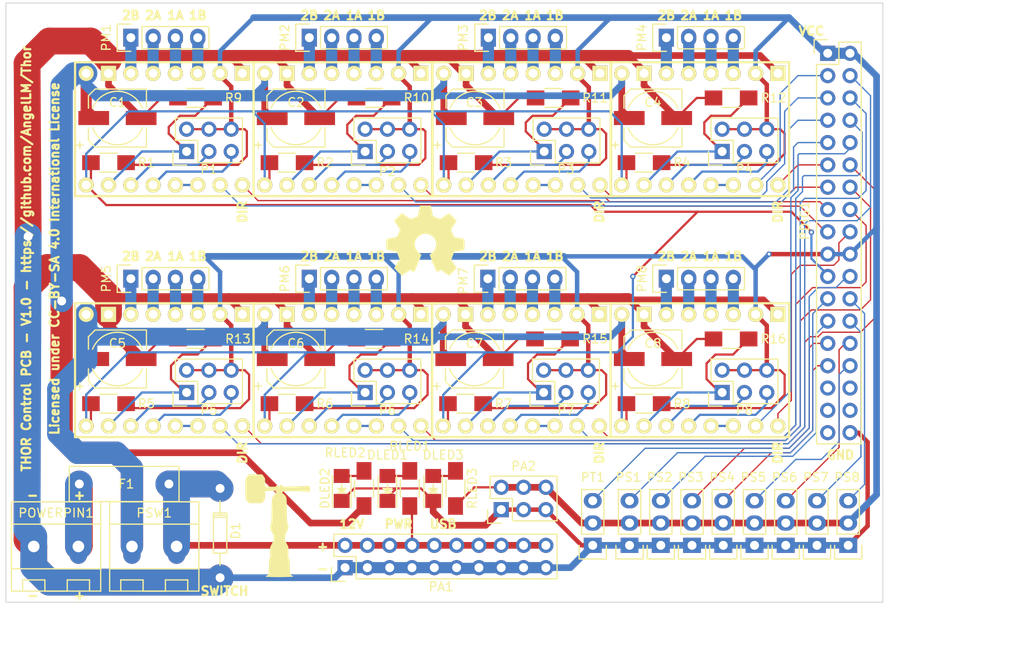
<source format=kicad_pcb>
(kicad_pcb (version 20221018) (generator pcbnew)
  (layers (0 "F.Cu" signal) (31 "B.Cu" signal) (34 "B.Paste" user) (35 "F.Paste" user) (36 "B.SilkS" user "B.Silkscreen") (37 "F.SilkS" user "F.Silkscreen") (38 "B.Mask" user) (39 "F.Mask" user) (44 "Edge.Cuts" user))
  (net 0 "")
  (net 1 "GND")
  (net 2 "+12V")
  (net 3 "VDD")
  (net 4 "Net-(DLED1-Pad2)")
  (net 5 "Net-(DLED2-Pad2)")
  (net 6 "Net-(DLED3-Pad2)")
  (net 7 "VCC")
  (net 8 "STEPM1")
  (net 9 "STEPM2")
  (net 10 "STEPM3")
  (net 11 "STEPM4")
  (net 12 "STEPM5")
  (net 13 "STEPM6")
  (net 14 "STEPM7")
  (net 15 "STEPM8")
  (net 16 "DIRM1")
  (net 17 "DIRM2")
  (net 18 "DIRM3")
  (net 19 "DIRM4")
  (net 20 "DIRM5")
  (net 21 "DIRM6")
  (net 22 "DIRM7")
  (net 23 "DIRM8")
  (net 24 "ENABLEM")
  (net 25 "STOOL")
  (net 26 "SOPTO1")
  (net 27 "SOPTO2")
  (net 28 "SOPTO3")
  (net 29 "SOPTO4")
  (net 30 "SOPTO5")
  (net 31 "SOPTO6")
  (net 32 "SOPTO7")
  (net 33 "SOPTO8")
  (net 34 "Net-(PDIG1-Pad31)")
  (net 35 "Net-(PDIG1-Pad32)")
  (net 36 "Net-(PDIG1-Pad33)")
  (net 37 "Net-(PDIG1-Pad34)")
  (net 38 "2BM1")
  (net 39 "2AM1")
  (net 40 "1AM1")
  (net 41 "1BM1")
  (net 42 "2BM2")
  (net 43 "2AM2")
  (net 44 "1AM2")
  (net 45 "1BM2")
  (net 46 "2BM3")
  (net 47 "2AM3")
  (net 48 "1AM3")
  (net 49 "1BM3")
  (net 50 "2BM4")
  (net 51 "2AM4")
  (net 52 "1AM4")
  (net 53 "1BM4")
  (net 54 "2BM5")
  (net 55 "2AM5")
  (net 56 "1AM5")
  (net 57 "1BM5")
  (net 58 "2BM6")
  (net 59 "2AM6")
  (net 60 "1AM6")
  (net 61 "1BM6")
  (net 62 "2BM7")
  (net 63 "2AM7")
  (net 64 "1AM7")
  (net 65 "1BM7")
  (net 66 "2BM8")
  (net 67 "2AM8")
  (net 68 "1AM8")
  (net 69 "1BM8")
  (net 70 "Net-(U1-Pad13)")
  (net 71 "Net-(U2-Pad13)")
  (net 72 "Net-(U3-Pad13)")
  (net 73 "Net-(U4-Pad13)")
  (net 74 "Net-(U5-Pad13)")
  (net 75 "Net-(U6-Pad13)")
  (net 76 "Net-(U7-Pad13)")
  (net 77 "Net-(U8-Pad13)")
  (net 78 "Net-(P1-Pad1)")
  (net 79 "Net-(P1-Pad3)")
  (net 80 "Net-(P1-Pad5)")
  (net 81 "Net-(P2-Pad1)")
  (net 82 "Net-(P2-Pad3)")
  (net 83 "Net-(P2-Pad5)")
  (net 84 "Net-(P3-Pad1)")
  (net 85 "Net-(P3-Pad3)")
  (net 86 "Net-(P3-Pad5)")
  (net 87 "Net-(P4-Pad1)")
  (net 88 "Net-(P4-Pad3)")
  (net 89 "Net-(P4-Pad5)")
  (net 90 "Net-(P5-Pad1)")
  (net 91 "Net-(P5-Pad3)")
  (net 92 "Net-(P5-Pad5)")
  (net 93 "Net-(P6-Pad1)")
  (net 94 "Net-(P6-Pad3)")
  (net 95 "Net-(P6-Pad5)")
  (net 96 "Net-(P7-Pad1)")
  (net 97 "Net-(P7-Pad3)")
  (net 98 "Net-(P7-Pad5)")
  (net 99 "Net-(P8-Pad1)")
  (net 100 "Net-(P8-Pad3)")
  (net 101 "Net-(P8-Pad5)")
  (net 102 "Net-(PDIG1-Pad35)")
  (net 103 "Net-(F1-Pad2)")
  (footprint "Capacitors_SMD:c_elec_6.3x5.7" (layer "F.Cu") (at 104.14 85.09)
    (fp_text reference "C1")
    (fp_text value "CP1_Small")
  )
  (footprint "Capacitors_SMD:c_elec_6.3x5.7" (layer "F.Cu") (at 124.46 85.09)
    (fp_text reference "C2")
    (fp_text value "CP1_Small")
  )
  (footprint "Capacitors_SMD:c_elec_6.3x5.7" (layer "F.Cu") (at 144.8435 85.09)
    (fp_text reference "C3")
    (fp_text value "CP1_Small")
  )
  (footprint "Capacitors_SMD:c_elec_6.3x5.7" (layer "F.Cu") (at 165.1 85.09)
    (fp_text reference "C4")
    (fp_text value "CP1_Small")
  )
  (footprint "Capacitors_SMD:c_elec_6.3x5.7" (layer "F.Cu") (at 104.14 112.522)
    (fp_text reference "C5")
    (fp_text value "CP1_Small" hide)
  )
  (footprint "Capacitors_SMD:c_elec_6.3x5.7" (layer "F.Cu") (at 124.46 112.522)
    (fp_text reference "C6")
    (fp_text value "CP1_Small")
  )
  (footprint "Capacitors_SMD:c_elec_6.3x5.7" (layer "F.Cu") (at 144.78 112.522)
    (fp_text reference "C7")
    (fp_text value "CP1_Small")
  )
  (footprint "Capacitors_SMD:c_elec_6.3x5.7" (layer "F.Cu") (at 165.1 112.522)
    (fp_text reference "C8")
    (fp_text value "CP1_Small")
  )
  (footprint "Diodes_ThroughHole:Diode_DO-35_SOD27_Horizontal_RM10" (layer "F.Cu") (at 115.824 127.254 -90)
    (fp_text reference "D1")
    (fp_text value "D_Small" hide)
  )
  (footprint "LEDs:LED_1206" (layer "F.Cu") (at 134.874 127.254 90)
    (fp_text reference "DLED1")
    (fp_text value "LEDFAN" hide)
  )
  (footprint "LEDs:LED_1206" (layer "F.Cu") (at 129.667 127.254 90)
    (fp_text reference "DLED2")
    (fp_text value "LED12V" hide)
  )
  (footprint "LEDs:LED_1206" (layer "F.Cu") (at 140.081 127.254 90)
    (fp_text reference "DLED3")
    (fp_text value "LED5V" hide)
  )
  (footprint "Fuse_TE5_Littlefuse-395Series" (layer "F.Cu") (at 104.902 126.746 180)
    (fp_text reference "F1")
    (fp_text value "F_Small" hide)
  )
  (footprint "Pin_Headers:Pin_Header_Straight_2x03" (layer "F.Cu") (at 112.014 88.9 90)
    (fp_text reference "P1")
    (fp_text value "CONN_02X03")
  )
  (footprint "Pin_Headers:Pin_Header_Straight_2x03" (layer "F.Cu") (at 132.334 88.9 90)
    (fp_text reference "P2")
    (fp_text value "CONN_02X03")
  )
  (footprint "Pin_Headers:Pin_Header_Straight_2x03" (layer "F.Cu") (at 152.7175 88.9 90)
    (fp_text reference "P3")
    (fp_text value "CONN_02X03")
  )
  (footprint "Pin_Headers:Pin_Header_Straight_2x03" (layer "F.Cu") (at 172.974 88.9 90)
    (fp_text reference "P4")
    (fp_text value "CONN_02X03")
  )
  (footprint "Pin_Headers:Pin_Header_Straight_2x03" (layer "F.Cu") (at 112.014 116.332 90)
    (fp_text reference "P5")
    (fp_text value "CONN_02X03" hide)
  )
  (footprint "Pin_Headers:Pin_Header_Straight_2x03" (layer "F.Cu") (at 132.334 116.332 90)
    (fp_text reference "P6")
    (fp_text value "CONN_02X03")
  )
  (footprint "Pin_Headers:Pin_Header_Straight_2x03" (layer "F.Cu") (at 152.654 116.332 90)
    (fp_text reference "P7")
    (fp_text value "CONN_02X03")
  )
  (footprint "Pin_Headers:Pin_Header_Straight_2x03" (layer "F.Cu") (at 172.974 116.332 90)
    (fp_text reference "P8")
    (fp_text value "CONN_02X03")
  )
  (footprint "Pin_Headers:Pin_Header_Straight_2x10" (layer "F.Cu") (at 130.048 136.271 90)
    (fp_text reference "PA1")
    (fp_text value "AUX12V" hide)
  )
  (footprint "Pin_Headers:Pin_Header_Straight_2x03" (layer "F.Cu") (at 147.828 129.667 90)
    (fp_text reference "PA2")
    (fp_text value "AUX5V" hide)
  )
  (footprint "Pin_Headers:Pin_Header_Straight_2x18" (layer "F.Cu") (at 184.992 77.724)
    (fp_text reference "PDIG1")
    (fp_text value "CONN_02X18" hide)
  )
  (footprint "Pin_Headers:Pin_Header_Straight_1x04" (layer "F.Cu") (at 105.664 75.946 90)
    (fp_text reference "PM1")
    (fp_text value "CONN_01X04" hide)
  )
  (footprint "Pin_Headers:Pin_Header_Straight_1x04" (layer "F.Cu") (at 125.984 75.946 90)
    (fp_text reference "PM2")
    (fp_text value "CONN_01X04" hide)
  )
  (footprint "Pin_Headers:Pin_Header_Straight_1x04" (layer "F.Cu") (at 146.3675 75.946 90)
    (fp_text reference "PM3")
    (fp_text value "CONN_01X04" hide)
  )
  (footprint "Pin_Headers:Pin_Header_Straight_1x04" (layer "F.Cu") (at 166.624 75.946 90)
    (fp_text reference "PM4")
    (fp_text value "CONN_01X04" hide)
  )
  (footprint "Pin_Headers:Pin_Header_Straight_1x04" (layer "F.Cu") (at 105.664 103.378 90)
    (fp_text reference "PM5")
    (fp_text value "CONN_01X04" hide)
  )
  (footprint "Pin_Headers:Pin_Header_Straight_1x04" (layer "F.Cu") (at 125.984 103.378 90)
    (fp_text reference "PM6")
    (fp_text value "CONN_01X04" hide)
  )
  (footprint "Pin_Headers:Pin_Header_Straight_1x04" (layer "F.Cu") (at 146.304 103.378 90)
    (fp_text reference "PM7")
    (fp_text value "CONN_01X04" hide)
  )
  (footprint "Pin_Headers:Pin_Header_Straight_1x04" (layer "F.Cu") (at 166.624 103.378 90)
    (fp_text reference "PM8")
    (fp_text value "CONN_01X04" hide)
  )
  (footprint "Pin_Headers:Pin_Header_Straight_1x03" (layer "F.Cu") (at 162.433 133.731 180)
    (fp_text reference "PS1")
    (fp_text value "Opto1" hide)
  )
  (footprint "Pin_Headers:Pin_Header_Straight_1x03" (layer "F.Cu") (at 165.989 133.731 180)
    (fp_text reference "PS2")
    (fp_text value "Opto2" hide)
  )
  (footprint "Pin_Headers:Pin_Header_Straight_1x03" (layer "F.Cu") (at 169.545 133.731 180)
    (fp_text reference "PS3")
    (fp_text value "Opto3" hide)
  )
  (footprint "Pin_Headers:Pin_Header_Straight_1x03" (layer "F.Cu") (at 173.101 133.731 180)
    (fp_text reference "PS4")
    (fp_text value "Opto4" hide)
  )
  (footprint "Pin_Headers:Pin_Header_Straight_1x03" (layer "F.Cu") (at 176.657 133.731 180)
    (fp_text reference "PS5")
    (fp_text value "Opto5" hide)
  )
  (footprint "Pin_Headers:Pin_Header_Straight_1x03" (layer "F.Cu") (at 180.213 133.731 180)
    (fp_text reference "PS6")
    (fp_text value "Opto6" hide)
  )
  (footprint "Pin_Headers:Pin_Header_Straight_1x03" (layer "F.Cu") (at 183.769 133.731 180)
    (fp_text reference "PS7")
    (fp_text value "Opto7" hide)
  )
  (footprint "Pin_Headers:Pin_Header_Straight_1x03" (layer "F.Cu") (at 187.325 133.731 180)
    (fp_text reference "PS8")
    (fp_text value "Opto8" hide)
  )
  (footprint "Molex2:Conn2" (layer "F.Cu") (at 110.871 133.858 180)
    (fp_text reference "PSW1")
    (fp_text value "CONN_01X02" hide)
  )
  (footprint "Pin_Headers:Pin_Header_Straight_1x03" (layer "F.Cu") (at 158.242 133.731 180)
    (fp_text reference "PT1")
    (fp_text value "Tool" hide)
  )
  (footprint "Resistors_SMD:R_1206_HandSoldering" (layer "F.Cu") (at 103.124 90.17)
    (fp_text reference "R1")
    (fp_text value "R")
  )
  (footprint "Resistors_SMD:R_1206_HandSoldering" (layer "F.Cu") (at 123.444 90.17)
    (fp_text reference "R2")
    (fp_text value "R")
  )
  (footprint "Resistors_SMD:R_1206_HandSoldering" (layer "F.Cu") (at 143.8275 90.17)
    (fp_text reference "R3")
    (fp_text value "R")
  )
  (footprint "Resistors_SMD:R_1206_HandSoldering" (layer "F.Cu") (at 164.084 90.17)
    (fp_text reference "R4")
    (fp_text value "R")
  )
  (footprint "Resistors_SMD:R_1206_HandSoldering" (layer "F.Cu") (at 103.124 117.602)
    (fp_text reference "R5")
    (fp_text value "R" hide)
  )
  (footprint "Resistors_SMD:R_1206_HandSoldering" (layer "F.Cu") (at 123.444 117.602)
    (fp_text reference "R6")
    (fp_text value "R")
  )
  (footprint "Resistors_SMD:R_1206_HandSoldering" (layer "F.Cu") (at 143.764 117.602)
    (fp_text reference "R7")
    (fp_text value "R")
  )
  (footprint "Resistors_SMD:R_1206_HandSoldering" (layer "F.Cu") (at 164.084 117.602)
    (fp_text reference "R8")
    (fp_text value "R")
  )
  (footprint "Resistors_SMD:R_1206_HandSoldering" (layer "F.Cu") (at 137.414 127.254 -90)
    (fp_text reference "RLED1")
    (fp_text value "560" hide)
  )
  (footprint "Resistors_SMD:R_1206_HandSoldering" (layer "F.Cu") (at 132.207 127.254 -90)
    (fp_text reference "RLED2")
    (fp_text value "560" hide)
  )
  (footprint "Resistors_SMD:R_1206_HandSoldering" (layer "F.Cu") (at 142.621 127.254 -90)
    (fp_text reference "RLED3")
    (fp_text value "220" hide)
  )
  (footprint "Pololu:SWDIP8_.6W" (layer "F.Cu") (at 109.474 86.36 180)
    (fp_text reference "U1" hide)
    (fp_text value "POLOLU_A4988" hide)
  )
  (footprint "Pololu:SWDIP8_.6W" (layer "F.Cu") (at 129.794 86.36 180)
    (fp_text reference "U2" hide)
    (fp_text value "POLOLU_A4988" hide)
  )
  (footprint "Pololu:SWDIP8_.6W" (layer "F.Cu") (at 150.1775 86.36 180)
    (fp_text reference "U3" hide)
    (fp_text value "POLOLU_A4988" hide)
  )
  (footprint "Pololu:SWDIP8_.6W" (layer "F.Cu") (at 170.434 86.36 180)
    (fp_text reference "U4" hide)
    (fp_text value "POLOLU_A4988" hide)
  )
  (footprint "Pololu:SWDIP8_.6W" (layer "F.Cu") (at 109.474 113.792 180)
    (fp_text reference "U5" hide)
    (fp_text value "POLOLU_A4988" hide)
  )
  (footprint "Pololu:SWDIP8_.6W" (layer "F.Cu") (at 129.794 113.792 180)
    (fp_text reference "U6" hide)
    (fp_text value "POLOLU_A4988" hide)
  )
  (footprint "Pololu:SWDIP8_.6W" (layer "F.Cu") (at 150.114 113.792 180)
    (fp_text reference "U7" hide)
    (fp_text value "POLOLU_A4988" hide)
  )
  (footprint "Pololu:SWDIP8_.6W" (layer "F.Cu") (at 170.434 113.792 180)
    (fp_text reference "U8" hide)
    (fp_text value "POLOLU_A4988" hide)
  )
  (footprint "Resistors_SMD:R_1206_HandSoldering" (layer "F.Cu") (at 113.03 82.804 180)
    (fp_text reference "R9")
    (fp_text value "R")
  )
  (footprint "Resistors_SMD:R_1206_HandSoldering" (layer "F.Cu") (at 133.35 82.804 180)
    (fp_text reference "R10")
    (fp_text value "R")
  )
  (footprint "Resistors_SMD:R_1206_HandSoldering" (layer "F.Cu") (at 153.7335 82.804 180)
    (fp_text reference "R11")
    (fp_text value "R")
  )
  (footprint "Resistors_SMD:R_1206_HandSoldering" (layer "F.Cu") (at 173.99 82.804 180)
    (fp_text reference "R12")
    (fp_text value "R")
  )
  (footprint "Resistors_SMD:R_1206_HandSoldering" (layer "F.Cu") (at 113.03 110.236 180)
    (fp_text reference "R13")
    (fp_text value "R" hide)
  )
  (footprint "Resistors_SMD:R_1206_HandSoldering" (layer "F.Cu") (at 133.35 110.236 180)
    (fp_text reference "R14")
    (fp_text value "R")
  )
  (footprint "Resistors_SMD:R_1206_HandSoldering" (layer "F.Cu") (at 153.67 110.236 180)
    (fp_text reference "R15")
    (fp_text value "R")
  )
  (footprint "Resistors_SMD:R_1206_HandSoldering" (layer "F.Cu") (at 173.99 110.236 180)
    (fp_text reference "R16")
    (fp_text value "R")
  )
  (footprint "Molex2:Conn2" (layer "F.Cu") (at 99.695 133.858 180)
    (fp_text reference "POWERPIN1")
    (fp_text value "CONN_01X02" hide)
  )
  (footprint "Mounting_Holes:MountingHole_2.2mm_M2" (layer "F.Cu") (at 187.452 74.422)
    (fp_text reference "REF**" hide)
    (fp_text value "MountingHole_2.2mm_M2" hide)
  )
  (footprint "Mounting_Holes:MountingHole_2.2mm_M2" (layer "F.Cu") (at 187.452 137.287)
    (fp_text reference "REF**" hide)
    (fp_text value "MountingHole_2.2mm_M2" hide)
  )
  (footprint "Mounting_Holes:MountingHole_2.2mm_M2" (layer "F.Cu") (at 102.997 97.917)
    (fp_text reference "REF**" hide)
    (fp_text value "MountingHole_2.2mm_M2" hide)
  )
  (footprint "Symbols:OSHW-Symbol_8.9x8mm_SilkScreen" (layer "F.Cu") (at 139.192 99.06)
    (fp_text reference "REF***" hide)
    (fp_text value "OSHW-Symbol_8.9x8mm_SilkScreen" hide)
  )
  (footprint "ThorLogo:ThorLogo" (layer "F.Cu") (at 203.327 109.982)
    (fp_text reference "G***" hide)
    (fp_text value "LOGO" hide)
  )
  (footprint "ThorLogo:ThorLogo" (layer "F.Cu") (at 122.352 131.472)
    (fp_text reference "G***" hide)
    (fp_text value "LOGO" hide)
  )
  (gr_line (start 91.44 140.208) (end 191.262 140.208) (stroke (width 0.1)) (layer "Edge.Cuts"))
  (gr_line (start 191.262 72.009) (end 91.44 72.009) (stroke (width 0.1)) (layer "Edge.Cuts"))
  (gr_line (start 91.44 72.009) (end 91.44 140.208) (stroke (width 0.1)) (layer "Edge.Cuts"))
  (gr_line (start 191.262 140.208) (end 191.262 72.009) (stroke (width 0.1)) (layer "Edge.Cuts"))
  (gr_text "DIR" (at 179.324 123.19 90) (layer "F.SilkS") (effects (font (size 1 1) (thickness 0.25))))
  (gr_text "DIR" (at 159.004 123.19 90) (layer "F.SilkS") (effects (font (size 1 1) (thickness 0.25))))
  (gr_text "DIR" (at 118.364 123.19 90) (layer "F.SilkS") (effects (font (size 1 1) (thickness 0.25))))
  (gr_text "1B" (at 133.604 100.838) (layer "F.SilkS") (effects (font (size 1 1) (thickness 0.25))))
  (gr_text "1A" (at 131.064 100.838) (layer "F.SilkS") (effects (font (size 1 1) (thickness 0.25))))
  (gr_text "2B" (at 125.984 100.838) (layer "F.SilkS") (effects (font (size 1 1) (thickness 0.25))))
  (gr_text "2A" (at 128.524 100.838) (layer "F.SilkS") (effects (font (size 1 1) (thickness 0.25))))
  (gr_text "2A" (at 148.844 100.838) (layer "F.SilkS") (effects (font (size 1 1) (thickness 0.25))))
  (gr_text "2B" (at 146.304 100.838) (layer "F.SilkS") (effects (font (size 1 1) (thickness 0.25))))
  (gr_text "1A" (at 151.384 100.838) (layer "F.SilkS") (effects (font (size 1 1) (thickness 0.25))))
  (gr_text "1B" (at 153.924 100.838) (layer "F.SilkS") (effects (font (size 1 1) (thickness 0.25))))
  (gr_text "1B" (at 174.244 100.838) (layer "F.SilkS") (effects (font (size 1 1) (thickness 0.25))))
  (gr_text "1A" (at 171.704 100.838) (layer "F.SilkS") (effects (font (size 1 1) (thickness 0.25))))
  (gr_text "2B" (at 166.624 100.838) (layer "F.SilkS") (effects (font (size 1 1) (thickness 0.25))))
  (gr_text "2A" (at 169.164 100.838) (layer "F.SilkS") (effects (font (size 1 1) (thickness 0.25))))
  (gr_text "2A" (at 169.164 73.406) (layer "F.SilkS") (effects (font (size 1 1) (thickness 0.25))))
  (gr_text "2B" (at 166.624 73.406) (layer "F.SilkS") (effects (font (size 1 1) (thickness 0.25))))
  (gr_text "1A" (at 171.704 73.406) (layer "F.SilkS") (effects (font (size 1 1) (thickness 0.25))))
  (gr_text "1B" (at 174.244 73.406) (layer "F.SilkS") (effects (font (size 1 1) (thickness 0.25))))
  (gr_text "1B" (at 153.924 73.406) (layer "F.SilkS") (effects (font (size 1 1) (thickness 0.25))))
  (gr_text "1A" (at 151.384 73.406) (layer "F.SilkS") (effects (font (size 1 1) (thickness 0.25))))
  (gr_text "2B" (at 146.304 73.406) (layer "F.SilkS") (effects (font (size 1 1) (thickness 0.25))))
  (gr_text "2A" (at 148.844 73.406) (layer "F.SilkS") (effects (font (size 1 1) (thickness 0.25))))
  (gr_text "2A" (at 128.524 73.406) (layer "F.SilkS") (effects (font (size 1 1) (thickness 0.25))))
  (gr_text "2B" (at 125.984 73.406) (layer "F.SilkS") (effects (font (size 1 1) (thickness 0.25))))
  (gr_text "1A" (at 131.064 73.406) (layer "F.SilkS") (effects (font (size 1 1) (thickness 0.25))))
  (gr_text "1B" (at 133.604 73.406) (layer "F.SilkS") (effects (font (size 1 1) (thickness 0.25))))
  (gr_text "1B" (at 113.284 73.406) (layer "F.SilkS") (effects (font (size 1 1) (thickness 0.25))))
  (gr_text "1A" (at 110.744 73.406) (layer "F.SilkS") (effects (font (size 1 1) (thickness 0.25))))
  (gr_text "2B" (at 105.664 73.406) (layer "F.SilkS") (effects (font (size 1 1) (thickness 0.25))))
  (gr_text "2A" (at 108.204 73.406) (layer "F.SilkS") (effects (font (size 1 1) (thickness 0.25))))
  (gr_text "-" (at 127.508 136.398) (layer "F.SilkS") (effects (font (size 1 1) (thickness 0.25))))
  (gr_text "2B" (at 105.664 100.838) (layer "F.SilkS") (effects (font (size 1 1) (thickness 0.25))))
  (gr_text "12V" (at 130.81 131.318) (layer "F.SilkS") (effects (font (size 1 1) (thickness 0.25))))
  (gr_text "SWITCH" (at 116.332 138.938) (layer "F.SilkS") (effects (font (size 1 1) (thickness 0.25))))
  (gr_text "PWR" (at 136.144 131.318) (layer "F.SilkS") (effects (font (size 1 1) (thickness 0.25))))
  (gr_text "+" (at 99.822 139.446) (layer "F.SilkS") (effects (font (size 1 1) (thickness 0.25))))
  (gr_text "THOR Control PCB - V1.0 - https://github.com/AngelLM/Thor\n\nLicensed under CC-BY-SA 4.0 International License" (at 95.377 101.092 90) (layer "F.SilkS") (effects (font (size 1 1) (thickness 0.25))))
  (gr_text "+" (at 127.508 133.858) (layer "F.SilkS") (effects (font (size 1 1) (thickness 0.25))))
  (gr_text "GND" (at 186.436 123.444) (layer "F.SilkS") (effects (font (size 1 1) (thickness 0.25))))
  (gr_text "DIR" (at 118.364 95.758 90) (layer "F.SilkS") (effects (font (size 1 1) (thickness 0.25))))
  (gr_text "DIR" (at 179.324 95.758 90) (layer "F.SilkS") (effects (font (size 1 1) (thickness 0.25))))
  (gr_text "+" (at 99.822 128.016) (layer "F.SilkS") (effects (font (size 1 1) (thickness 0.25))))
  (gr_text "DIR" (at 159.004 95.758 90) (layer "F.SilkS") (effects (font (size 1 1) (thickness 0.25))))
  (gr_text "-" (at 94.488 128.016) (layer "F.SilkS") (effects (font (size 1 1) (thickness 0.25))))
  (gr_text "1A" (at 110.744 100.838) (layer "F.SilkS") (effects (font (size 1 1) (thickness 0.25))))
  (gr_text "VCC" (at 183.134 75.184) (layer "F.SilkS") (effects (font (size 1 1) (thickness 0.25))))
  (gr_text "USB" (at 141.224 131.318) (layer "F.SilkS") (effects (font (size 1 1) (thickness 0.25))))
  (gr_text "1B" (at 113.284 100.838) (layer "F.SilkS") (effects (font (size 1 1) (thickness 0.25))))
  (gr_text "2A" (at 108.204 100.838) (layer "F.SilkS") (effects (font (size 1 1) (thickness 0.25))))
  (gr_text "-" (at 94.488 139.446) (layer "F.SilkS") (effects (font (size 1 1) (thickness 0.25))))
  (segment (start 109.126 82.804) (end 106.84 85.09) (width 0.254) (layer "F.Cu") (net 1))
  (segment (start 103.124 78.74) (end 103.886 77.978) (width 1.27) (layer "F.Cu") (net 1))
  (segment (start 103.886 77.978) (end 116.84 77.978) (width 1.27) (layer "F.Cu") (net 1))
  (segment (start 118.364 79.502) (end 116.84 77.978) (width 0.762) (layer "F.Cu") (net 1))
  (segment (start 116.84 77.978) (end 121.92 77.978) (width 1.27) (layer "F.Cu") (net 1))
  (segment (start 123.444 79.502) (end 121.92 77.978) (width 0.762) (layer "F.Cu") (net 1))
  (segment (start 121.92 77.978) (end 136.906 77.978) (width 1.27) (layer "F.Cu") (net 1))
  (segment (start 138.684 79.756) (end 136.906 77.978) (width 0.762) (layer "F.Cu") (net 1))
  (segment (start 136.906 77.978) (end 141.478 77.978) (width 1.27) (layer "F.Cu") (net 1))
  (segment (start 143.51 80.01) (end 141.478 77.978) (width 0.762) (layer "F.Cu") (net 1))
  (segment (start 141.478 77.978) (end 156.972 77.978) (width 1.27) (layer "F.Cu") (net 1))
  (segment (start 159.004 80.01) (end 156.972 77.978) (width 0.762) (layer "F.Cu") (net 1))
  (segment (start 156.972 77.978) (end 162.306 77.978) (width 1.27) (layer "F.Cu") (net 1))
  (segment (start 164.084 79.756) (end 162.306 77.978) (width 0.762) (layer "F.Cu") (net 1))
  (segment (start 177.292 77.978) (end 179.324 80.01) (width 0.762) (layer "F.Cu") (net 1))
  (segment (start 129.446 82.804) (end 127.16 85.09) (width 0.254) (layer "F.Cu") (net 1))
  (segment (start 149.8295 82.804) (end 147.5435 85.09) (width 0.254) (layer "F.Cu") (net 1))
  (segment (start 170.086 82.804) (end 167.8 85.09) (width 0.254) (layer "F.Cu") (net 1))
  (segment (start 170.086 110.236) (end 167.8 112.522) (width 0.254) (layer "F.Cu") (net 1))
  (segment (start 149.766 110.236) (end 147.48 112.522) (width 0.254) (layer "F.Cu") (net 1))
  (segment (start 129.446 110.236) (end 127.16 112.522) (width 0.254) (layer "F.Cu") (net 1))
  (segment (start 109.126 110.236) (end 106.84 112.522) (width 0.254) (layer "F.Cu") (net 1))
  (segment (start 143.8275 81.374) (end 147.5435 85.09) (width 0.762) (layer "F.Cu") (net 1))
  (segment (start 123.444 81.374) (end 127.16 85.09) (width 0.762) (layer "F.Cu") (net 1))
  (segment (start 103.124 81.374) (end 106.84 85.09) (width 0.762) (layer "F.Cu") (net 1))
  (segment (start 123.444 108.806) (end 127.16 112.522) (width 0.762) (layer "F.Cu") (net 1))
  (segment (start 143.764 108.806) (end 147.48 112.522) (width 0.762) (layer "F.Cu") (net 1))
  (segment (start 164.084 108.806) (end 167.8 112.522) (width 0.762) (layer "F.Cu") (net 1))
  (segment (start 103.124 105.664) (end 116.84 105.664) (width 1.27) (layer "F.Cu") (net 1))
  (segment (start 162.306 105.664) (end 161.798 105.664) (width 1.27) (layer "F.Cu") (net 1))
  (segment (start 162.433 105.791) (end 162.306 105.664) (width 0.762) (layer "F.Cu") (net 1))
  (segment (start 177.673 105.791) (end 179.324 107.442) (width 0.762) (layer "F.Cu") (net 1))
  (segment (start 143.764 106.68) (end 142.748 105.664) (width 0.762) (layer "F.Cu") (net 1))
  (segment (start 142.748 105.664) (end 157.607 105.664) (width 1.27) (layer "F.Cu") (net 1))
  (segment (start 138.684 106.68) (end 137.668 105.664) (width 0.762) (layer "F.Cu") (net 1))
  (segment (start 137.668 105.664) (end 142.748 105.664) (width 1.27) (layer "F.Cu") (net 1))
  (segment (start 123.444 107.188) (end 121.92 105.664) (width 0.762) (layer "F.Cu") (net 1))
  (segment (start 121.92 105.664) (end 137.668 105.664) (width 1.27) (layer "F.Cu") (net 1))
  (segment (start 118.364 107.188) (end 116.84 105.664) (width 0.762) (layer "F.Cu") (net 1))
  (segment (start 116.84 105.664) (end 121.92 105.664) (width 1.27) (layer "F.Cu") (net 1))
  (segment (start 103.124 108.806) (end 106.84 112.522) (width 1.27) (layer "F.Cu") (net 1))
  (segment (start 150.368 129.667) (end 152.908 129.667) (width 0.508) (layer "F.Cu") (net 1))
  (segment (start 152.908 129.667) (end 156.972 133.731) (width 0.508) (layer "F.Cu") (net 1))
  (segment (start 156.972 133.731) (end 158.242 133.731) (width 0.508) (layer "F.Cu") (net 1))
  (segment (start 140.081 128.651) (end 138.684 127.254) (width 0.254) (layer "F.Cu") (net 1))
  (segment (start 138.684 127.254) (end 135.89 127.254) (width 0.254) (layer "F.Cu") (net 1))
  (segment (start 131.08686 127.254) (end 129.667 128.67386) (width 0.254) (layer "F.Cu") (net 1))
  (segment (start 134.874 128.27) (end 135.89 127.254) (width 0.254) (layer "F.Cu") (net 1))
  (segment (start 135.89 127.254) (end 131.08686 127.254) (width 0.254) (layer "F.Cu") (net 1))
  (segment (start 188.468 120.904) (end 189.5348 121.9708) (width 0.508) (layer "F.Cu") (net 1))
  (segment (start 189.5348 121.9708) (end 189.5348 131.5212) (width 0.508) (layer "F.Cu") (net 1))
  (segment (start 189.5348 131.5212) (end 187.325 133.731) (width 0.508) (layer "F.Cu") (net 1))
  (segment (start 164.084 81.374) (end 167.8 85.09) (width 0.762) (layer "F.Cu") (net 1))
  (segment (start 140.081 129.921) (end 141.605 131.445) (width 0.762) (layer "F.Cu") (net 1))
  (segment (start 141.605 131.445) (end 146.05 131.445) (width 0.762) (layer "F.Cu") (net 1))
  (segment (start 146.05 131.445) (end 147.828 129.667) (width 0.762) (layer "F.Cu") (net 1))
  (segment (start 159.004 107.061) (end 157.607 105.664) (width 0.762) (layer "F.Cu") (net 1))
  (segment (start 157.607 105.664) (end 162.306 105.664) (width 1.27) (layer "F.Cu") (net 1))
  (segment (start 115.82348 137.41452) (end 115.316 137.922) (width 3.048) (layer "F.Cu") (net 1))
  (segment (start 115.316 137.922) (end 96.393 137.922) (width 3.048) (layer "F.Cu") (net 1))
  (segment (start 96.393 137.922) (end 94.615 136.144) (width 3.048) (layer "F.Cu") (net 1))
  (segment (start 94.615 136.144) (end 94.615 133.858) (width 3.048) (layer "F.Cu") (net 1))
  (segment (start 103.124 105.41) (end 99.822 102.108) (width 3.048) (layer "F.Cu") (net 1))
  (segment (start 99.822 102.108) (end 96.139 102.108) (width 3.048) (layer "F.Cu") (net 1))
  (segment (start 96.139 102.108) (end 93.853 104.394) (width 3.048) (layer "F.Cu") (net 1))
  (segment (start 93.853 104.394) (end 93.853 133.096) (width 3.048) (layer "F.Cu") (net 1))
  (segment (start 93.853 133.096) (end 94.615 133.858) (width 3.048) (layer "F.Cu") (net 1))
  (segment (start 103.124 78.4225) (end 103.124 78.74) (width 1.27) (layer "F.Cu") (net 1))
  (segment (start 103.124 78.359) (end 101.092 76.327) (width 3.048) (layer "F.Cu") (net 1))
  (segment (start 101.092 76.327) (end 96.393 76.327) (width 3.048) (layer "F.Cu") (net 1))
  (segment (start 96.393 76.327) (end 93.853 78.867) (width 3.048) (layer "F.Cu") (net 1))
  (segment (start 93.853 78.867) (end 93.98 98.552) (width 3.048) (layer "F.Cu") (net 1))
  (segment (start 103.124 107.442) (end 103.124 105.664) (width 1.27) (layer "F.Cu") (net 1))
  (segment (start 164.084 80.01) (end 164.084 81.374) (width 0.762) (layer "F.Cu") (net 1))
  (segment (start 103.124 80.01) (end 103.124 78.4225) (width 1.27) (layer "F.Cu") (net 1))
  (segment (start 143.764 107.442) (end 143.764 106.68) (width 0.762) (layer "F.Cu") (net 1))
  (segment (start 138.684 107.442) (end 138.684 106.68) (width 0.762) (layer "F.Cu") (net 1))
  (segment (start 118.364 107.442) (end 118.364 107.188) (width 0.762) (layer "F.Cu") (net 1))
  (segment (start 164.084 107.442) (end 164.084 108.806) (width 0.762) (layer "F.Cu") (net 1))
  (segment (start 134.874 128.67386) (end 134.874 128.27) (width 0.254) (layer "F.Cu") (net 1))
  (segment (start 151.67 110.236) (end 149.766 110.236) (width 0.254) (layer "F.Cu") (net 1))
  (segment (start 140.081 128.67386) (end 140.081 128.651) (width 0.254) (layer "F.Cu") (net 1))
  (segment (start 143.764 107.442) (end 143.764 108.806) (width 0.762) (layer "F.Cu") (net 1))
  (segment (start 123.444 107.442) (end 123.444 108.806) (width 0.762) (layer "F.Cu") (net 1))
  (segment (start 111.03 110.236) (end 109.126 110.236) (width 0.254) (layer "F.Cu") (net 1))
  (segment (start 143.8275 80.01) (end 143.51 80.01) (width 0.762) (layer "F.Cu") (net 1))
  (segment (start 103.124 107.442) (end 103.124 108.806) (width 1.27) (layer "F.Cu") (net 1))
  (segment (start 171.99 82.804) (end 170.086 82.804) (width 0.254) (layer "F.Cu") (net 1))
  (segment (start 162.433 105.791) (end 177.673 105.791) (width 0.762) (layer "F.Cu") (net 1))
  (segment (start 131.35 82.804) (end 129.446 82.804) (width 0.254) (layer "F.Cu") (net 1))
  (segment (start 171.99 110.236) (end 170.086 110.236) (width 0.254) (layer "F.Cu") (net 1))
  (segment (start 123.444 80.01) (end 123.444 79.502) (width 0.762) (layer "F.Cu") (net 1))
  (segment (start 140.081 128.67386) (end 140.081 129.921) (width 0.762) (layer "F.Cu") (net 1))
  (segment (start 123.444 80.01) (end 123.444 81.374) (width 0.762) (layer "F.Cu") (net 1))
  (segment (start 123.444 107.442) (end 123.444 107.188) (width 0.762) (layer "F.Cu") (net 1))
  (segment (start 103.124 80.01) (end 103.124 81.374) (width 0.762) (layer "F.Cu") (net 1))
  (segment (start 143.8275 80.01) (end 143.8275 81.374) (width 0.762) (layer "F.Cu") (net 1))
  (segment (start 187.532 120.904) (end 188.468 120.904) (width 0.508) (layer "F.Cu") (net 1))
  (segment (start 159.004 107.442) (end 159.004 107.061) (width 0.762) (layer "F.Cu") (net 1))
  (segment (start 162.306 77.978) (end 177.292 77.978) (width 0.762) (layer "F.Cu") (net 1))
  (segment (start 111.03 82.804) (end 109.126 82.804) (width 0.254) (layer "F.Cu") (net 1))
  (segment (start 131.35 110.236) (end 129.446 110.236) (width 0.254) (layer "F.Cu") (net 1))
  (segment (start 115.82654 137.41452) (end 115.82348 137.41452) (width 3.048) (layer "F.Cu") (net 1))
  (segment (start 164.084 107.442) (end 162.433 105.791) (width 0.762) (layer "F.Cu") (net 1))
  (segment (start 151.7335 82.804) (end 149.8295 82.804) (width 0.254) (layer "F.Cu") (net 1))
  (segment (start 103.124 107.442) (end 103.124 105.41) (width 3.048) (layer "F.Cu") (net 1))
  (segment (start 159.0675 80.01) (end 159.004 80.01) (width 0.762) (layer "F.Cu") (net 1))
  (segment (start 147.828 129.667) (end 150.368 129.667) (width 0.508) (layer "F.Cu") (net 1))
  (segment (start 118.364 80.01) (end 118.364 79.502) (width 0.762) (layer "F.Cu") (net 1))
  (segment (start 138.684 80.01) (end 138.684 79.756) (width 0.762) (layer "F.Cu") (net 1))
  (segment (start 164.084 80.01) (end 164.084 79.756) (width 0.762) (layer "F.Cu") (net 1))
  (segment (start 103.124 78.4225) (end 103.124 78.359) (width 3.048) (layer "F.Cu") (net 1))
  (via (at 93.98 98.552) (size 2.032) (drill 1.016) (layers "F.Cu" "B.Cu") (net 1))
  (segment (start 183.769 133.731) (end 180.213 133.731) (width 0.762) (layer "B.Cu") (net 1))
  (segment (start 180.213 133.731) (end 176.657 133.731) (width 0.762) (layer "B.Cu") (net 1))
  (segment (start 176.657 133.731) (end 173.101 133.731) (width 0.762) (layer "B.Cu") (net 1))
  (segment (start 173.101 133.731) (end 169.545 133.731) (width 0.762) (layer "B.Cu") (net 1))
  (segment (start 169.545 133.731) (end 165.989 133.731) (width 0.762) (layer "B.Cu") (net 1))
  (segment (start 165.989 133.731) (end 162.433 133.731) (width 0.762) (layer "B.Cu") (net 1))
  (segment (start 162.433 133.731) (end 158.242 133.731) (width 0.762) (layer "B.Cu") (net 1))
  (segment (start 158.242 133.731) (end 155.702 136.271) (width 0.762) (layer "B.Cu") (net 1))
  (segment (start 155.702 136.271) (end 152.908 136.271) (width 0.762) (layer "B.Cu") (net 1))
  (segment (start 150.368 136.271) (end 147.828 136.271) (width 1.27) (layer "B.Cu") (net 1))
  (segment (start 147.828 136.271) (end 145.288 136.271) (width 1.27) (layer "B.Cu") (net 1))
  (segment (start 145.288 136.271) (end 145.2118 136.3472) (width 1.27) (layer "B.Cu") (net 1))
  (segment (start 145.2118 136.3472) (end 142.8242 136.3472) (width 1.27) (layer "B.Cu") (net 1))
  (segment (start 142.8242 136.3472) (end 142.748 136.271) (width 1.27) (layer "B.Cu") (net 1))
  (segment (start 137.668 136.271) (end 135.128 136.271) (width 1.27) (layer "B.Cu") (net 1))
  (segment (start 135.128 136.271) (end 132.588 136.271) (width 1.27) (layer "B.Cu") (net 1))
  (segment (start 132.588 136.271) (end 130.048 136.271) (width 1.27) (layer "B.Cu") (net 1))
  (segment (start 140.208 136.271) (end 142.748 136.271) (width 1.27) (layer "B.Cu") (net 1))
  (segment (start 94.615 136.144) (end 96.393 137.922) (width 3.048) (layer "B.Cu") (net 1))
  (segment (start 96.393 137.922) (end 115.31906 137.922) (width 3.048) (layer "B.Cu") (net 1))
  (segment (start 115.31906 137.922) (end 115.82654 137.41452) (width 3.048) (layer "B.Cu") (net 1))
  (segment (start 128.90448 137.41452) (end 130.048 136.271) (width 0.762) (layer "B.Cu") (net 1))
  (segment (start 93.98 98.552) (end 93.853 131.953) (width 3.048) (layer "B.Cu") (net 1))
  (segment (start 93.853 131.953) (end 94.615 132.715) (width 3.048) (layer "B.Cu") (net 1))
  (segment (start 94.615 132.715) (end 94.615 133.858) (width 3.048) (layer "B.Cu") (net 1))
  (segment (start 152.908 136.271) (end 150.368 136.271) (width 1.27) (layer "B.Cu") (net 1))
  (segment (start 94.615 133.858) (end 94.615 136.144) (width 3.048) (layer "B.Cu") (net 1))
  (segment (start 187.325 133.731) (end 183.769 133.731) (width 0.762) (layer "B.Cu") (net 1))
  (segment (start 137.668 136.271) (end 140.208 136.271) (width 1.27) (layer "B.Cu") (net 1))
  (segment (start 115.82654 137.41452) (end 128.90448 137.41452) (width 0.762) (layer "B.Cu") (net 1))
  (segment (start 100.584 84.234) (end 101.44 85.09) (width 1.27) (layer "F.Cu") (net 2))
  (segment (start 120.904 84.234) (end 121.76 85.09) (width 0.762) (layer "F.Cu") (net 2))
  (segment (start 141.2875 84.234) (end 142.1435 85.09) (width 0.762) (layer "F.Cu") (net 2))
  (segment (start 161.544 84.234) (end 162.4 85.09) (width 0.762) (layer "F.Cu") (net 2))
  (segment (start 100.584 111.666) (end 101.44 112.522) (width 1.27) (layer "F.Cu") (net 2))
  (segment (start 120.904 111.666) (end 121.76 112.522) (width 0.762) (layer "F.Cu") (net 2))
  (segment (start 141.224 111.666) (end 142.08 112.522) (width 0.762) (layer "F.Cu") (net 2))
  (segment (start 161.544 111.666) (end 162.4 112.522) (width 0.762) (layer "F.Cu") (net 2))
  (segment (start 131.49986 128.67386) (end 132.08 129.254) (width 0.254) (layer "F.Cu") (net 2))
  (segment (start 132.112 129.254) (end 131.445 129.921) (width 0.254) (layer "F.Cu") (net 2))
  (segment (start 97.79 105.918) (end 97.79 121.412) (width 2.54) (layer "F.Cu") (net 2))
  (segment (start 97.79 121.412) (end 99.568 123.19) (width 2.54) (layer "F.Cu") (net 2))
  (segment (start 99.568 123.19) (end 104.013 123.19) (width 2.54) (layer "F.Cu") (net 2))
  (segment (start 104.013 123.19) (end 105.41 124.587) (width 2.54) (layer "F.Cu") (net 2))
  (segment (start 105.791 124.968) (end 105.791 133.858) (width 2.54) (layer "F.Cu") (net 2))
  (segment (start 105.41 124.587) (end 105.791 124.968) (width 2.54) (layer "F.Cu") (net 2))
  (segment (start 118.11 123.19) (end 126.111 131.191) (width 0.762) (layer "F.Cu") (net 2))
  (segment (start 126.111 131.191) (end 130.27 131.191) (width 0.762) (layer "F.Cu") (net 2))
  (segment (start 130.27 131.191) (end 132.207 129.254) (width 0.762) (layer "F.Cu") (net 2))
  (segment (start 141.224 107.442) (end 141.224 111.666) (width 0.762) (layer "F.Cu") (net 2))
  (segment (start 161.544 107.442) (end 161.544 111.666) (width 0.762) (layer "F.Cu") (net 2))
  (segment (start 141.2875 80.01) (end 141.2875 84.234) (width 0.762) (layer "F.Cu") (net 2))
  (segment (start 120.904 80.01) (end 120.904 84.234) (width 0.762) (layer "F.Cu") (net 2))
  (segment (start 132.207 129.254) (end 132.207 129.54) (width 0.762) (layer "F.Cu") (net 2))
  (segment (start 100.584 80.01) (end 100.584 84.234) (width 1.27) (layer "F.Cu") (net 2))
  (segment (start 132.207 129.254) (end 132.207 129.794) (width 0.254) (layer "F.Cu") (net 2))
  (segment (start 100.584 107.442) (end 100.584 111.666) (width 1.27) (layer "F.Cu") (net 2))
  (segment (start 161.544 80.01) (end 161.544 84.234) (width 0.762) (layer "F.Cu") (net 2))
  (segment (start 104.013 123.19) (end 118.11 123.19) (width 0.762) (layer "F.Cu") (net 2))
  (segment (start 132.207 129.254) (end 132.112 129.254) (width 0.254) (layer "F.Cu") (net 2))
  (segment (start 120.904 107.442) (end 120.904 111.666) (width 0.762) (layer "F.Cu") (net 2))
  (via (at 97.79 105.918) (size 2.032) (drill 1.016) (layers "F.Cu" "B.Cu") (net 2))
  (segment (start 100.584 81.28) (end 101.854 82.55) (width 1.27) (layer "B.Cu") (net 2))
  (segment (start 101.854 82.55) (end 118.872 82.55) (width 1.27) (layer "B.Cu") (net 2))
  (segment (start 161.544 81.28) (end 160.274 82.55) (width 0.762) (layer "B.Cu") (net 2))
  (segment (start 160.274 82.55) (end 139.7 82.55) (width 0.762) (layer "B.Cu") (net 2))
  (segment (start 141.2875 81.2165) (end 139.954 82.55) (width 0.762) (layer "B.Cu") (net 2))
  (segment (start 139.954 82.55) (end 139.7 82.55) (width 0.762) (layer "B.Cu") (net 2))
  (segment (start 119.634 82.55) (end 139.954 82.55) (width 1.27) (layer "B.Cu") (net 2))
  (segment (start 120.904 81.28) (end 119.634 82.55) (width 0.762) (layer "B.Cu") (net 2))
  (segment (start 100.584 108.966) (end 101.6 109.982) (width 1.27) (layer "B.Cu") (net 2))
  (segment (start 141.224 108.458) (end 139.7 109.982) (width 0.762) (layer "B.Cu") (net 2))
  (segment (start 161.544 108.712) (end 160.274 109.982) (width 0.762) (layer "B.Cu") (net 2))
  (segment (start 160.274 109.982) (end 139.7 109.982) (width 0.762) (layer "B.Cu") (net 2))
  (segment (start 100.584 108.966) (end 101.6 109.982) (width 2.032) (layer "B.Cu") (net 2))
  (segment (start 101.6 109.982) (end 119.5324 109.982) (width 2.032) (layer "B.Cu") (net 2))
  (segment (start 120.904 108.6104) (end 119.5324 109.982) (width 0.762) (layer "B.Cu") (net 2))
  (segment (start 119.5324 109.982) (end 139.7 109.982) (width 2.032) (layer "B.Cu") (net 2))
  (segment (start 100.584 112.776) (end 97.409 115.951) (width 2.54) (layer "B.Cu") (net 2))
  (segment (start 97.409 115.951) (end 97.409 121.031) (width 2.54) (layer "B.Cu") (net 2))
  (segment (start 97.409 121.031) (end 99.568 123.19) (width 2.54) (layer "B.Cu") (net 2))
  (segment (start 99.568 123.19) (end 104.013 123.19) (width 2.54) (layer "B.Cu") (net 2))
  (segment (start 104.013 123.19) (end 105.791 124.968) (width 2.54) (layer "B.Cu") (net 2))
  (segment (start 105.791 124.968) (end 105.791 133.858) (width 2.54) (layer "B.Cu") (net 2))
  (segment (start 99.187 80.01) (end 97.79 81.407) (width 2.54) (layer "B.Cu") (net 2))
  (segment (start 97.79 81.407) (end 97.79 105.918) (width 2.54) (layer "B.Cu") (net 2))
  (segment (start 141.2875 80.01) (end 141.2875 81.2165) (width 0.762) (layer "B.Cu") (net 2))
  (segment (start 120.904 107.442) (end 120.904 107.696) (width 0.762) (layer "B.Cu") (net 2))
  (segment (start 120.904 80.01) (end 120.904 81.28) (width 0.762) (layer "B.Cu") (net 2))
  (segment (start 100.584 80.01) (end 100.584 81.28) (width 1.27) (layer "B.Cu") (net 2))
  (segment (start 141.2875 80.01) (end 141.2875 80.4545) (width 0.762) (layer "B.Cu") (net 2))
  (segment (start 100.584 107.442) (end 100.584 108.966) (width 2.032) (layer "B.Cu") (net 2))
  (segment (start 100.584 107.442) (end 100.584 108.966) (width 1.27) (layer "B.Cu") (net 2))
  (segment (start 100.584 107.442) (end 100.584 112.776) (width 2.54) (layer "B.Cu") (net 2))
  (segment (start 120.904 107.442) (end 120.904 108.6104) (width 0.762) (layer "B.Cu") (net 2))
  (segment (start 161.544 107.442) (end 161.544 108.712) (width 0.762) (layer "B.Cu") (net 2))
  (segment (start 141.224 107.442) (end 141.224 108.458) (width 0.762) (layer "B.Cu") (net 2))
  (segment (start 118.872 82.55) (end 119.634 82.55) (width 1.27) (layer "B.Cu") (net 2))
  (segment (start 161.544 80.01) (end 161.544 81.28) (width 0.762) (layer "B.Cu") (net 2))
  (segment (start 100.584 80.01) (end 99.187 80.01) (width 2.54) (layer "B.Cu") (net 2))
  (segment (start 136.83386 128.67386) (end 137.414 129.254) (width 0.254) (layer "F.Cu") (net 3))
  (segment (start 135.128 133.731) (end 137.668 133.731) (width 0.762) (layer "F.Cu") (net 3))
  (segment (start 137.668 133.731) (end 140.208 133.731) (width 0.762) (layer "F.Cu") (net 3))
  (segment (start 140.208 133.731) (end 142.748 133.731) (width 0.762) (layer "F.Cu") (net 3))
  (segment (start 142.748 133.731) (end 145.288 133.731) (width 0.762) (layer "F.Cu") (net 3))
  (segment (start 145.288 133.731) (end 147.828 133.731) (width 0.762) (layer "F.Cu") (net 3))
  (segment (start 147.828 133.731) (end 150.368 133.731) (width 0.762) (layer "F.Cu") (net 3))
  (segment (start 150.368 133.731) (end 152.908 133.731) (width 0.762) (layer "F.Cu") (net 3))
  (segment (start 132.588 133.731) (end 135.128 133.731) (width 0.762) (layer "F.Cu") (net 3))
  (segment (start 110.871 127.615) (end 110.002 126.746) (width 3.048) (layer "F.Cu") (net 3))
  (segment (start 115.31802 126.746) (end 115.82654 127.25452) (width 3.048) (layer "F.Cu") (net 3))
  (segment (start 110.998 133.731) (end 110.871 133.858) (width 0.762) (layer "F.Cu") (net 3))
  (segment (start 137.668 129.508) (end 137.414 129.254) (width 0.254) (layer "F.Cu") (net 3))
  (segment (start 137.668 133.731) (end 137.668 129.508) (width 0.254) (layer "F.Cu") (net 3))
  (segment (start 110.871 133.858) (end 110.871 127.615) (width 3.048) (layer "F.Cu") (net 3))
  (segment (start 110.002 126.746) (end 115.31802 126.746) (width 3.048) (layer "F.Cu") (net 3))
  (segment (start 130.048 133.731) (end 110.998 133.731) (width 0.762) (layer "F.Cu") (net 3))
  (segment (start 130.048 133.731) (end 132.588 133.731) (width 0.762) (layer "F.Cu") (net 3))
  (segment (start 110.871 127.615) (end 110.002 126.746) (width 3.048) (layer "B.Cu") (net 3))
  (segment (start 115.31802 126.746) (end 115.82654 127.25452) (width 3.048) (layer "B.Cu") (net 3))
  (segment (start 110.002 126.746) (end 115.31802 126.746) (width 3.048) (layer "B.Cu") (net 3))
  (segment (start 110.871 133.858) (end 110.871 127.615) (width 3.048) (layer "B.Cu") (net 3))
  (segment (start 136.83386 125.83414) (end 137.414 125.254) (width 0.254) (layer "F.Cu") (net 4))
  (segment (start 134.874 125.83414) (end 136.83386 125.83414) (width 0.254) (layer "F.Cu") (net 4))
  (segment (start 131.62686 125.83414) (end 132.207 125.254) (width 0.254) (layer "F.Cu") (net 5))
  (segment (start 129.667 125.83414) (end 131.62686 125.83414) (width 0.254) (layer "F.Cu") (net 5))
  (segment (start 142.04086 125.83414) (end 142.621 125.254) (width 0.254) (layer "F.Cu") (net 6))
  (segment (start 140.081 125.83414) (end 142.04086 125.83414) (width 0.254) (layer "F.Cu") (net 6))
  (segment (start 118.618 86.36) (end 118.872 86.614) (width 0.254) (layer "F.Cu") (net 7))
  (segment (start 118.872 86.614) (end 118.872 89.408) (width 0.254) (layer "F.Cu") (net 7))
  (segment (start 118.872 89.408) (end 117.856 90.424) (width 0.254) (layer "F.Cu") (net 7))
  (segment (start 117.856 90.424) (end 105.378 90.424) (width 0.254) (layer "F.Cu") (net 7))
  (segment (start 105.378 90.424) (end 105.124 90.17) (width 0.254) (layer "F.Cu") (net 7))
  (segment (start 117.856 90.424) (end 105.378 90.424) (width 0.254) (layer "F.Cu") (net 7))
  (segment (start 118.872 89.408) (end 117.856 90.424) (width 0.254) (layer "F.Cu") (net 7))
  (segment (start 105.378 90.424) (end 105.124 90.17) (width 0.254) (layer "F.Cu") (net 7))
  (segment (start 134.874 86.36) (end 137.414 86.36) (width 0.254) (layer "F.Cu") (net 7))
  (segment (start 137.414 86.36) (end 138.938 86.36) (width 0.254) (layer "F.Cu") (net 7))
  (segment (start 138.938 86.36) (end 139.192 86.614) (width 0.254) (layer "F.Cu") (net 7))
  (segment (start 139.192 86.614) (end 139.192 89.662) (width 0.254) (layer "F.Cu") (net 7))
  (segment (start 139.192 89.662) (end 138.43 90.424) (width 0.254) (layer "F.Cu") (net 7))
  (segment (start 138.43 90.424) (end 125.698 90.424) (width 0.254) (layer "F.Cu") (net 7))
  (segment (start 125.698 90.424) (end 125.444 90.17) (width 0.254) (layer "F.Cu") (net 7))
  (segment (start 155.2575 86.36) (end 157.7975 86.36) (width 0.254) (layer "F.Cu") (net 7))
  (segment (start 157.7975 86.36) (end 159.258 86.36) (width 0.254) (layer "F.Cu") (net 7))
  (segment (start 159.258 86.36) (end 159.766 86.868) (width 0.254) (layer "F.Cu") (net 7))
  (segment (start 159.766 86.868) (end 159.766 89.662) (width 0.254) (layer "F.Cu") (net 7))
  (segment (start 159.766 89.662) (end 159.004 90.424) (width 0.254) (layer "F.Cu") (net 7))
  (segment (start 159.004 90.424) (end 146.812 90.424) (width 0.254) (layer "F.Cu") (net 7))
  (segment (start 146.812 90.424) (end 146.558 90.17) (width 0.254) (layer "F.Cu") (net 7))
  (segment (start 146.558 90.17) (end 145.8275 90.17) (width 0.254) (layer "F.Cu") (net 7))
  (segment (start 175.514 86.36) (end 178.054 86.36) (width 0.254) (layer "F.Cu") (net 7))
  (segment (start 178.054 86.36) (end 179.578 86.36) (width 0.254) (layer "F.Cu") (net 7))
  (segment (start 179.578 86.36) (end 180.086 86.868) (width 0.254) (layer "F.Cu") (net 7))
  (segment (start 180.086 86.868) (end 180.086 89.154) (width 0.254) (layer "F.Cu") (net 7))
  (segment (start 180.086 89.154) (end 178.816 90.424) (width 0.254) (layer "F.Cu") (net 7))
  (segment (start 178.816 90.424) (end 166.338 90.424) (width 0.254) (layer "F.Cu") (net 7))
  (segment (start 166.338 90.424) (end 166.084 90.17) (width 0.254) (layer "F.Cu") (net 7))
  (segment (start 114.554 113.792) (end 117.094 113.792) (width 0.254) (layer "F.Cu") (net 7))
  (segment (start 117.094 113.792) (end 118.618 113.792) (width 0.254) (layer "F.Cu") (net 7))
  (segment (start 118.618 113.792) (end 119.126 114.3) (width 0.254) (layer "F.Cu") (net 7))
  (segment (start 119.126 114.3) (end 119.126 117.094) (width 0.254) (layer "F.Cu") (net 7))
  (segment (start 119.126 117.094) (end 118.11 118.11) (width 0.254) (layer "F.Cu") (net 7))
  (segment (start 118.11 118.11) (end 105.632 118.11) (width 0.254) (layer "F.Cu") (net 7))
  (segment (start 105.632 118.11) (end 105.124 117.602) (width 0.254) (layer "F.Cu") (net 7))
  (segment (start 134.874 113.792) (end 137.414 113.792) (width 0.254) (layer "F.Cu") (net 7))
  (segment (start 137.414 113.792) (end 138.938 113.792) (width 0.254) (layer "F.Cu") (net 7))
  (segment (start 138.938 113.792) (end 139.446 114.3) (width 0.254) (layer "F.Cu") (net 7))
  (segment (start 139.446 114.3) (end 139.446 116.586) (width 0.254) (layer "F.Cu") (net 7))
  (segment (start 139.446 116.586) (end 137.922 118.11) (width 0.254) (layer "F.Cu") (net 7))
  (segment (start 137.922 118.11) (end 126.492 118.11) (width 0.254) (layer "F.Cu") (net 7))
  (segment (start 126.492 118.11) (end 125.984 117.602) (width 0.254) (layer "F.Cu") (net 7))
  (segment (start 125.984 117.602) (end 125.444 117.602) (width 0.254) (layer "F.Cu") (net 7))
  (segment (start 155.194 113.792) (end 157.734 113.792) (width 0.254) (layer "F.Cu") (net 7))
  (segment (start 159.258 113.792) (end 159.766 114.3) (width 0.254) (layer "F.Cu") (net 7))
  (segment (start 159.766 114.3) (end 159.766 116.586) (width 0.254) (layer "F.Cu") (net 7))
  (segment (start 159.766 116.586) (end 158.242 118.11) (width 0.254) (layer "F.Cu") (net 7))
  (segment (start 158.242 118.11) (end 146.812 118.11) (width 0.254) (layer "F.Cu") (net 7))
  (segment (start 146.812 118.11) (end 146.304 117.602) (width 0.254) (layer "F.Cu") (net 7))
  (segment (start 146.304 117.602) (end 145.764 117.602) (width 0.254) (layer "F.Cu") (net 7))
  (segment (start 175.514 113.792) (end 178.054 113.792) (width 0.254) (layer "F.Cu") (net 7))
  (segment (start 178.054 113.792) (end 179.578 113.792) (width 0.254) (layer "F.Cu") (net 7))
  (segment (start 179.578 113.792) (end 180.086 114.3) (width 0.254) (layer "F.Cu") (net 7))
  (segment (start 180.086 114.3) (end 180.086 116.586) (width 0.254) (layer "F.Cu") (net 7))
  (segment (start 180.086 116.586) (end 178.562 118.11) (width 0.254) (layer "F.Cu") (net 7))
  (segment (start 178.562 118.11) (end 166.592 118.11) (width 0.254) (layer "F.Cu") (net 7))
  (segment (start 166.592 118.11) (end 166.084 117.602) (width 0.254) (layer "F.Cu") (net 7))
  (segment (start 115.824 80.264) (end 117.094 81.534) (width 0.508) (layer "F.Cu") (net 7))
  (segment (start 117.094 81.534) (end 117.094 86.36) (width 0.508) (layer "F.Cu") (net 7))
  (segment (start 114.554 86.36) (end 117.094 86.36) (width 0.254) (layer "F.Cu") (net 7))
  (segment (start 136.144 80.264) (end 137.414 81.534) (width 0.508) (layer "F.Cu") (net 7))
  (segment (start 137.414 81.534) (end 137.414 86.36) (width 0.508) (layer "F.Cu") (net 7))
  (segment (start 156.5275 80.3275) (end 157.7975 81.5975) (width 0.508) (layer "F.Cu") (net 7))
  (segment (start 157.7975 81.5975) (end 157.7975 86.36) (width 0.508) (layer "F.Cu") (net 7))
  (segment (start 117.094 108.712) (end 117.094 113.792) (width 0.508) (layer "F.Cu") (net 7))
  (segment (start 137.414 108.712) (end 137.414 113.792) (width 0.508) (layer "F.Cu") (net 7))
  (segment (start 157.734 108.712) (end 157.734 113.792) (width 0.508) (layer "F.Cu") (net 7))
  (segment (start 178.054 108.712) (end 178.054 113.792) (width 0.508) (layer "F.Cu") (net 7))
  (segment (start 142.04086 128.67386) (end 142.621 129.254) (width 0.254) (layer "F.Cu") (net 7))
  (segment (start 144.748 127.127) (end 142.621 129.254) (width 0.254) (layer "F.Cu") (net 7))
  (segment (start 156.972 131.191) (end 158.242 131.191) (width 0.762) (layer "F.Cu") (net 7))
  (segment (start 158.242 131.191) (end 162.433 131.191) (width 0.762) (layer "F.Cu") (net 7))
  (segment (start 162.433 131.191) (end 165.989 131.191) (width 0.762) (layer "F.Cu") (net 7))
  (segment (start 165.989 131.191) (end 169.545 131.191) (width 0.762) (layer "F.Cu") (net 7))
  (segment (start 169.545 131.191) (end 173.101 131.191) (width 0.762) (layer "F.Cu") (net 7))
  (segment (start 173.101 131.191) (end 176.657 131.191) (width 0.762) (layer "F.Cu") (net 7))
  (segment (start 176.657 131.191) (end 180.213 131.191) (width 0.762) (layer "F.Cu") (net 7))
  (segment (start 180.213 131.191) (end 183.769 131.191) (width 0.762) (layer "F.Cu") (net 7))
  (segment (start 183.769 131.191) (end 187.325 131.191) (width 0.762) (layer "F.Cu") (net 7))
  (segment (start 150.368 127.127) (end 152.908 127.127) (width 0.762) (layer "F.Cu") (net 7))
  (segment (start 156.5275 80.01) (end 156.5275 80.3275) (width 0.508) (layer "F.Cu") (net 7))
  (segment (start 136.144 107.442) (end 137.414 108.712) (width 0.508) (layer "F.Cu") (net 7))
  (segment (start 147.828 127.127) (end 150.368 127.127) (width 0.762) (layer "F.Cu") (net 7))
  (segment (start 115.824 80.01) (end 115.824 80.264) (width 0.508) (layer "F.Cu") (net 7))
  (segment (start 176.784 107.442) (end 178.054 108.712) (width 0.508) (layer "F.Cu") (net 7))
  (segment (start 115.824 80.01) (end 116.078 80.01) (width 0.508) (layer "F.Cu") (net 7))
  (segment (start 115.824 80.01) (end 115.824 80.518) (width 0.254) (layer "F.Cu") (net 7))
  (segment (start 152.654 113.792) (end 155.194 113.792) (width 0.254) (layer "F.Cu") (net 7))
  (segment (start 132.334 86.36) (end 134.874 86.36) (width 0.254) (layer "F.Cu") (net 7))
  (segment (start 178.054 81.28) (end 178.054 86.36) (width 0.508) (layer "F.Cu") (net 7))
  (segment (start 172.974 113.792) (end 175.514 113.792) (width 0.254) (layer "F.Cu") (net 7))
  (segment (start 157.734 113.792) (end 159.258 113.792) (width 0.254) (layer "F.Cu") (net 7))
  (segment (start 117.094 86.36) (end 118.618 86.36) (width 0.254) (layer "F.Cu") (net 7))
  (segment (start 156.464 107.442) (end 157.734 108.712) (width 0.508) (layer "F.Cu") (net 7))
  (segment (start 184.992 100.584) (end 178.308 100.584) (width 0.508) (layer "F.Cu") (net 7))
  (segment (start 132.334 113.792) (end 134.874 113.792) (width 0.254) (layer "F.Cu") (net 7))
  (segment (start 136.144 80.01) (end 136.144 80.264) (width 0.254) (layer "F.Cu") (net 7))
  (segment (start 115.824 107.442) (end 117.094 108.712) (width 0.508) (layer "F.Cu") (net 7))
  (segment (start 115.824 80.01) (end 115.824 80.264) (width 0.508) (layer "F.Cu") (net 7))
  (segment (start 152.7175 86.36) (end 155.2575 86.36) (width 0.254) (layer "F.Cu") (net 7))
  (segment (start 112.014 113.792) (end 114.554 113.792) (width 0.254) (layer "F.Cu") (net 7))
  (segment (start 172.974 86.36) (end 175.514 86.36) (width 0.254) (layer "F.Cu") (net 7))
  (segment (start 115.824 80.01) (end 115.824 80.264) (width 0.762) (layer "F.Cu") (net 7))
  (segment (start 136.144 80.01) (end 136.144 80.264) (width 0.508) (layer "F.Cu") (net 7))
  (segment (start 112.014 86.36) (end 114.554 86.36) (width 0.254) (layer "F.Cu") (net 7))
  (segment (start 115.824 80.01) (end 115.824 80.264) (width 0.254) (layer "F.Cu") (net 7))
  (segment (start 147.828 127.127) (end 144.748 127.127) (width 0.254) (layer "F.Cu") (net 7))
  (segment (start 176.784 80.01) (end 178.054 81.28) (width 0.508) (layer "F.Cu") (net 7))
  (segment (start 115.824 80.01) (end 115.824 80.264) (width 0.508) (layer "F.Cu") (net 7))
  (segment (start 152.908 127.127) (end 156.972 131.191) (width 0.762) (layer "F.Cu") (net 7))
  (segment (start 156.5275 80.01) (end 156.5275 80.3275) (width 0.254) (layer "F.Cu") (net 7))
  (via (at 178.308 100.584) (size 0.6096) (drill 0.3048) (layers "F.Cu" "B.Cu") (net 7))
  (segment (start 175.26 100.838) (end 176.784 102.362) (width 0.508) (layer "B.Cu") (net 7))
  (segment (start 176.784 102.362) (end 176.784 107.442) (width 0.508) (layer "B.Cu") (net 7))
  (segment (start 154.94 100.838) (end 175.26 100.838) (width 0.508) (layer "B.Cu") (net 7))
  (segment (start 156.464 102.616) (end 154.686 100.838) (width 0.508) (layer "B.Cu") (net 7))
  (segment (start 154.686 100.838) (end 154.432 100.838) (width 0.508) (layer "B.Cu") (net 7))
  (segment (start 154.432 100.838) (end 154.94 100.838) (width 0.508) (layer "B.Cu") (net 7))
  (segment (start 136.144 102.616) (end 134.366 100.838) (width 0.508) (layer "B.Cu") (net 7))
  (segment (start 134.366 100.838) (end 133.858 100.838) (width 0.508) (layer "B.Cu") (net 7))
  (segment (start 133.858 100.838) (end 154.94 100.838) (width 0.762) (layer "B.Cu") (net 7))
  (segment (start 115.824 102.616) (end 114.1095 100.9015) (width 0.508) (layer "B.Cu") (net 7))
  (segment (start 114.046 100.838) (end 114.3 101.092) (width 0.508) (layer "B.Cu") (net 7))
  (segment (start 114.3 101.092) (end 114.3 100.838) (width 0.508) (layer "B.Cu") (net 7))
  (segment (start 114.3 100.838) (end 133.858 100.838) (width 0.762) (layer "B.Cu") (net 7))
  (segment (start 119.634 73.66) (end 139.954 73.66) (width 0.762) (layer "B.Cu") (net 7))
  (segment (start 115.824 77.47) (end 119.634 73.66) (width 0.508) (layer "B.Cu") (net 7))
  (segment (start 136.144 77.47) (end 139.954 73.66) (width 0.508) (layer "B.Cu") (net 7))
  (segment (start 139.954 73.66) (end 160.02 73.66) (width 0.762) (layer "B.Cu") (net 7))
  (segment (start 156.5275 77.4065) (end 160.274 73.66) (width 0.508) (layer "B.Cu") (net 7))
  (segment (start 160.274 73.66) (end 160.02 73.914) (width 0.508) (layer "B.Cu") (net 7))
  (segment (start 160.02 73.914) (end 160.02 73.66) (width 0.508) (layer "B.Cu") (net 7))
  (segment (start 176.784 77.47) (end 180.594 73.66) (width 0.508) (layer "B.Cu") (net 7))
  (segment (start 184.658 77.724) (end 180.594 73.66) (width 0.762) (layer "B.Cu") (net 7))
  (segment (start 187.96 77.724) (end 190.5508 80.3148) (width 0.762) (layer "B.Cu") (net 7))
  (segment (start 190.5508 80.3148) (end 190.5508 97.536) (width 0.762) (layer "B.Cu") (net 7))
  (segment (start 190.5508 127.9652) (end 187.325 131.191) (width 0.762) (layer "B.Cu") (net 7))
  (segment (start 114.1095 100.9015) (end 114.046 100.838) (width 0.508) (layer "B.Cu") (net 7))
  (segment (start 178.308 100.584) (end 176.784 102.108) (width 0.508) (layer "B.Cu") (net 7))
  (segment (start 176.784 102.108) (end 176.784 102.362) (width 0.508) (layer "B.Cu") (net 7))
  (segment (start 187.532 100.584) (end 190.5508 97.5652) (width 0.508) (layer "B.Cu") (net 7))
  (segment (start 190.5508 97.5652) (end 190.5292 97.5652) (width 0.508) (layer "B.Cu") (net 7))
  (segment (start 190.5292 97.5652) (end 190.5 97.536) (width 0.508) (layer "B.Cu") (net 7))
  (segment (start 190.5 97.536) (end 190.5508 97.536) (width 0.508) (layer "B.Cu") (net 7))
  (segment (start 190.5508 97.536) (end 190.5508 127.9652) (width 0.762) (layer "B.Cu") (net 7))
  (segment (start 176.784 80.01) (end 176.784 77.47) (width 0.508) (layer "B.Cu") (net 7))
  (segment (start 115.824 80.01) (end 115.824 77.47) (width 0.508) (layer "B.Cu") (net 7))
  (segment (start 184.992 100.584) (end 187.532 100.584) (width 0.508) (layer "B.Cu") (net 7))
  (segment (start 187.532 77.724) (end 187.706 77.724) (width 0.508) (layer "B.Cu") (net 7))
  (segment (start 115.824 107.442) (end 115.824 102.616) (width 0.508) (layer "B.Cu") (net 7))
  (segment (start 156.5275 80.01) (end 156.5275 77.4065) (width 0.508) (layer "B.Cu") (net 7))
  (segment (start 187.532 77.724) (end 187.96 77.724) (width 0.762) (layer "B.Cu") (net 7))
  (segment (start 156.464 107.442) (end 156.464 102.616) (width 0.508) (layer "B.Cu") (net 7))
  (segment (start 180.594 73.66) (end 160.274 73.66) (width 0.762) (layer "B.Cu") (net 7))
  (segment (start 184.992 77.724) (end 187.532 77.724) (width 1.27) (layer "B.Cu") (net 7))
  (segment (start 136.144 107.442) (end 136.144 102.616) (width 0.508) (layer "B.Cu") (net 7))
  (segment (start 136.144 80.01) (end 136.144 77.47) (width 0.508) (layer "B.Cu") (net 7))
  (segment (start 184.992 77.724) (end 184.658 77.724) (width 0.762) (layer "B.Cu") (net 7))
  (segment (start 179.2732 95.0976) (end 118.2116 95.0976) (width 0.1524) (layer "B.Cu") (net 8))
  (segment (start 118.2116 95.0976) (end 115.824 92.71) (width 0.1524) (layer "B.Cu") (net 8))
  (segment (start 181.61 87.884) (end 181.102 88.392) (width 0.1524) (layer "B.Cu") (net 8))
  (segment (start 181.102 88.392) (end 181.102 93.2688) (width 0.1524) (layer "B.Cu") (net 8))
  (segment (start 181.102 93.2688) (end 179.2732 95.0976) (width 0.1524) (layer "B.Cu") (net 8))
  (segment (start 184.992 87.884) (end 181.61 87.884) (width 0.1524) (layer "B.Cu") (net 8))
  (segment (start 179.1208 94.6404) (end 138.0744 94.6404) (width 0.1524) (layer "B.Cu") (net 9))
  (segment (start 138.0744 94.6404) (end 136.144 92.71) (width 0.1524) (layer "B.Cu") (net 9))
  (segment (start 181.61 85.344) (end 180.594 86.36) (width 0.1524) (layer "B.Cu") (net 9))
  (segment (start 180.594 86.36) (end 180.594 93.1672) (width 0.1524) (layer "B.Cu") (net 9))
  (segment (start 180.594 93.1672) (end 179.1208 94.6404) (width 0.1524) (layer "B.Cu") (net 9))
  (segment (start 184.992 85.344) (end 181.61 85.344) (width 0.1524) (layer "B.Cu") (net 9))
  (segment (start 178.054 93.3704) (end 177.2412 94.1832) (width 0.1524) (layer "B.Cu") (net 10))
  (segment (start 177.2412 94.1832) (end 158.0007 94.1832) (width 0.1524) (layer "B.Cu") (net 10))
  (segment (start 158.0007 94.1832) (end 156.5275 92.71) (width 0.1524) (layer "B.Cu") (net 10))
  (segment (start 181.61 82.804) (end 180.086 84.328) (width 0.1524) (layer "B.Cu") (net 10))
  (segment (start 180.086 84.328) (end 180.086 90.297) (width 0.1524) (layer "B.Cu") (net 10))
  (segment (start 180.086 90.297) (end 178.054 92.329) (width 0.1524) (layer "B.Cu") (net 10))
  (segment (start 178.054 92.329) (end 178.054 93.3704) (width 0.1524) (layer "B.Cu") (net 10))
  (segment (start 184.992 82.804) (end 181.61 82.804) (width 0.1524) (layer "B.Cu") (net 10))
  (segment (start 181.61 80.264) (end 179.578 82.296) (width 0.1524) (layer "B.Cu") (net 11))
  (segment (start 179.578 82.296) (end 179.578 89.916) (width 0.1524) (layer "B.Cu") (net 11))
  (segment (start 179.578 89.916) (end 176.784 92.71) (width 0.1524) (layer "B.Cu") (net 11))
  (segment (start 184.992 80.264) (end 181.61 80.264) (width 0.1524) (layer "B.Cu") (net 11))
  (segment (start 187.579 80.264) (end 189.865 82.55) (width 0.1524) (layer "B.Cu") (net 12))
  (segment (start 189.865 82.55) (end 189.865 95.25) (width 0.1524) (layer "B.Cu") (net 12))
  (segment (start 189.865 95.25) (end 188.341 96.774) (width 0.1524) (layer "B.Cu") (net 12))
  (segment (start 188.341 96.774) (end 182.753 96.774) (width 0.1524) (layer "B.Cu") (net 12))
  (segment (start 182.753 96.774) (end 182.372 97.155) (width 0.1524) (layer "B.Cu") (net 12))
  (segment (start 182.372 97.155) (end 182.372 120.269) (width 0.1524) (layer "B.Cu") (net 12))
  (segment (start 182.372 120.269) (end 180.467 122.174) (width 0.1524) (layer "B.Cu") (net 12))
  (segment (start 180.467 122.174) (end 117.856 122.174) (width 0.1524) (layer "B.Cu") (net 12))
  (segment (start 117.856 122.174) (end 115.824 120.142) (width 0.1524) (layer "B.Cu") (net 12))
  (segment (start 115.824 120.142) (end 115.824 120.2436) (width 0.1524) (layer "B.Cu") (net 12))
  (segment (start 187.532 80.264) (end 187.579 80.264) (width 0.1524) (layer "B.Cu") (net 12))
  (segment (start 187.579 82.804) (end 189.357 84.582) (width 0.1524) (layer "B.Cu") (net 13))
  (segment (start 189.357 84.582) (end 189.357 93.345) (width 0.1524) (layer "B.Cu") (net 13))
  (segment (start 189.357 93.345) (end 188.468 94.234) (width 0.1524) (layer "B.Cu") (net 13))
  (segment (start 188.468 94.234) (end 182.372 94.234) (width 0.1524) (layer "B.Cu") (net 13))
  (segment (start 182.372 94.234) (end 181.864 94.742) (width 0.1524) (layer "B.Cu") (net 13))
  (segment (start 181.864 94.742) (end 181.864 120.142) (width 0.1524) (layer "B.Cu") (net 13))
  (segment (start 181.864 120.142) (end 180.213 121.793) (width 0.1524) (layer "B.Cu") (net 13))
  (segment (start 180.213 121.793) (end 137.795 121.793) (width 0.1524) (layer "B.Cu") (net 13))
  (segment (start 137.795 121.793) (end 136.144 120.142) (width 0.1524) (layer "B.Cu") (net 13))
  (segment (start 187.532 82.804) (end 187.579 82.804) (width 0.1524) (layer "B.Cu") (net 13))
  (segment (start 184.0268 91.6432) (end 188.3956 91.6432) (width 0.1524) (layer "B.Cu") (net 14))
  (segment (start 188.3956 91.6432) (end 188.9036 91.1352) (width 0.1524) (layer "B.Cu") (net 14))
  (segment (start 188.9036 91.1352) (end 188.9036 86.7156) (width 0.1524) (layer "B.Cu") (net 14))
  (segment (start 188.9036 86.7156) (end 187.532 85.344) (width 0.1524) (layer "B.Cu") (net 14))
  (segment (start 182.2958 91.6432) (end 182.118 91.821) (width 0.1524) (layer "B.Cu") (net 14))
  (segment (start 182.118 91.821) (end 182.118 93.472) (width 0.1524) (layer "B.Cu") (net 14))
  (segment (start 182.118 93.472) (end 181.356 94.234) (width 0.1524) (layer "B.Cu") (net 14))
  (segment (start 181.356 94.234) (end 181.356 120.015) (width 0.1524) (layer "B.Cu") (net 14))
  (segment (start 181.356 120.015) (end 179.959 121.412) (width 0.1524) (layer "B.Cu") (net 14))
  (segment (start 179.959 121.412) (end 157.734 121.412) (width 0.1524) (layer "B.Cu") (net 14))
  (segment (start 157.734 121.412) (end 156.464 120.142) (width 0.1524) (layer "B.Cu") (net 14))
  (segment (start 184.0268 91.6432) (end 182.2958 91.6432) (width 0.1524) (layer "B.Cu") (net 14))
  (segment (start 187.532 88.5444) (end 186.9224 89.154) (width 0.1524) (layer "B.Cu") (net 15))
  (segment (start 186.9224 89.154) (end 183.134 89.154) (width 0.1524) (layer "B.Cu") (net 15))
  (segment (start 180.7972 99.2124) (end 180.7972 116.1288) (width 0.1524) (layer "B.Cu") (net 15))
  (segment (start 180.7972 116.1288) (end 176.784 120.142) (width 0.1524) (layer "B.Cu") (net 15))
  (segment (start 183.134 89.154) (end 183.0616 89.154) (width 0.1524) (layer "B.Cu") (net 15))
  (segment (start 181.737 89.154) (end 181.61 89.281) (width 0.1524) (layer "B.Cu") (net 15))
  (segment (start 181.61 89.281) (end 181.61 93.345) (width 0.1524) (layer "B.Cu") (net 15))
  (segment (start 181.61 93.345) (end 180.7972 94.1578) (width 0.1524) (layer "B.Cu") (net 15))
  (segment (start 180.7972 94.1578) (end 180.7972 99.2124) (width 0.1524) (layer "B.Cu") (net 15))
  (segment (start 176.784 120.142) (end 176.8348 120.142) (width 0.1524) (layer "B.Cu") (net 15))
  (segment (start 183.134 89.154) (end 181.737 89.154) (width 0.1524) (layer "B.Cu") (net 15))
  (segment (start 187.532 87.884) (end 187.532 88.5444) (width 0.1524) (layer "B.Cu") (net 15))
  (segment (start 184.785 98.044) (end 181.864 95.123) (width 0.1524) (layer "F.Cu") (net 16))
  (segment (start 181.864 95.123) (end 159.639 95.123) (width 0.1524) (layer "F.Cu") (net 16))
  (segment (start 159.639 95.123) (end 159.004 94.488) (width 0.1524) (layer "F.Cu") (net 16))
  (segment (start 159.004 94.488) (end 120.142 94.488) (width 0.1524) (layer "F.Cu") (net 16))
  (segment (start 120.142 94.488) (end 118.364 92.71) (width 0.1524) (layer "F.Cu") (net 16))
  (segment (start 184.992 98.044) (end 184.785 98.044) (width 0.1524) (layer "F.Cu") (net 16))
  (segment (start 139.954 93.98) (end 159.512 93.98) (width 0.1524) (layer "F.Cu") (net 17))
  (segment (start 159.512 93.98) (end 160.147 94.615) (width 0.1524) (layer "F.Cu") (net 17))
  (segment (start 160.147 94.615) (end 184.103 94.615) (width 0.1524) (layer "F.Cu") (net 17))
  (segment (start 184.103 94.615) (end 184.992 95.504) (width 0.1524) (layer "F.Cu") (net 17))
  (segment (start 138.684 92.71) (end 139.954 93.98) (width 0.1524) (layer "F.Cu") (net 17))
  (segment (start 159.0675 92.7735) (end 160.274 93.98) (width 0.1524) (layer "F.Cu") (net 18))
  (segment (start 160.274 93.98) (end 180.34 93.98) (width 0.1524) (layer "F.Cu") (net 18))
  (segment (start 180.34 93.98) (end 181.356 92.964) (width 0.1524) (layer "F.Cu") (net 18))
  (segment (start 181.356 92.964) (end 184.992 92.964) (width 0.1524) (layer "F.Cu") (net 18))
  (segment (start 159.0675 92.71) (end 159.0675 92.7735) (width 0.1524) (layer "F.Cu") (net 18))
  (segment (start 181.61 90.424) (end 179.324 92.71) (width 0.1524) (layer "F.Cu") (net 19))
  (segment (start 184.992 90.424) (end 181.61 90.424) (width 0.1524) (layer "F.Cu") (net 19))
  (segment (start 118.491 120.142) (end 120.523 122.174) (width 0.1524) (layer "F.Cu") (net 20))
  (segment (start 120.523 122.174) (end 180.467 122.174) (width 0.1524) (layer "F.Cu") (net 20))
  (segment (start 180.467 122.174) (end 182.372 120.269) (width 0.1524) (layer "F.Cu") (net 20))
  (segment (start 182.372 120.269) (end 182.372 110.617) (width 0.1524) (layer "F.Cu") (net 20))
  (segment (start 190.373 105.283) (end 190.373 93.265) (width 0.1524) (layer "F.Cu") (net 20))
  (segment (start 190.373 93.265) (end 187.532 90.424) (width 0.1524) (layer "F.Cu") (net 20))
  (segment (start 190.373 107.823) (end 188.722 109.474) (width 0.1524) (layer "F.Cu") (net 20))
  (segment (start 188.722 109.474) (end 184.404 109.474) (width 0.1524) (layer "F.Cu") (net 20))
  (segment (start 184.404 109.474) (end 183.896 109.982) (width 0.1524) (layer "F.Cu") (net 20))
  (segment (start 183.896 109.982) (end 183.007 109.982) (width 0.1524) (layer "F.Cu") (net 20))
  (segment (start 183.007 109.982) (end 182.372 110.617) (width 0.1524) (layer "F.Cu") (net 20))
  (segment (start 190.373 105.283) (end 190.373 107.823) (width 0.1524) (layer "F.Cu") (net 20))
  (segment (start 118.364 120.142) (end 118.491 120.142) (width 0.1524) (layer "F.Cu") (net 20))
  (segment (start 187.579 92.964) (end 189.865 95.25) (width 0.1524) (layer "F.Cu") (net 21))
  (segment (start 189.865 95.25) (end 189.865 103.251) (width 0.1524) (layer "F.Cu") (net 21))
  (segment (start 181.864 120.142) (end 180.213 121.793) (width 0.1524) (layer "F.Cu") (net 21))
  (segment (start 180.213 121.793) (end 140.335 121.793) (width 0.1524) (layer "F.Cu") (net 21))
  (segment (start 140.335 121.793) (end 138.684 120.142) (width 0.1524) (layer "F.Cu") (net 21))
  (segment (start 189.865 105.791) (end 188.722 106.934) (width 0.1524) (layer "F.Cu") (net 21))
  (segment (start 188.722 106.934) (end 183.134 106.934) (width 0.1524) (layer "F.Cu") (net 21))
  (segment (start 183.134 106.934) (end 181.864 108.204) (width 0.1524) (layer "F.Cu") (net 21))
  (segment (start 181.864 108.204) (end 181.864 120.142) (width 0.1524) (layer "F.Cu") (net 21))
  (segment (start 187.532 92.964) (end 187.579 92.964) (width 0.1524) (layer "F.Cu") (net 21))
  (segment (start 189.865 103.251) (end 189.865 105.791) (width 0.1524) (layer "F.Cu") (net 21))
  (segment (start 159.004 120.396) (end 160.02 121.412) (width 0.1524) (layer "F.Cu") (net 22))
  (segment (start 160.02 121.412) (end 179.959 121.412) (width 0.1524) (layer "F.Cu") (net 22))
  (segment (start 179.959 121.412) (end 181.356 120.015) (width 0.1524) (layer "F.Cu") (net 22))
  (segment (start 181.356 120.015) (end 181.356 106.299) (width 0.1524) (layer "F.Cu") (net 22))
  (segment (start 189.357 101.346) (end 189.357 97.329) (width 0.1524) (layer "F.Cu") (net 22))
  (segment (start 189.357 97.329) (end 187.532 95.504) (width 0.1524) (layer "F.Cu") (net 22))
  (segment (start 189.357 103.759) (end 188.722 104.394) (width 0.1524) (layer "F.Cu") (net 22))
  (segment (start 188.722 104.394) (end 183.261 104.394) (width 0.1524) (layer "F.Cu") (net 22))
  (segment (start 183.261 104.394) (end 181.356 106.299) (width 0.1524) (layer "F.Cu") (net 22))
  (segment (start 189.357 101.346) (end 189.357 103.759) (width 0.1524) (layer "F.Cu") (net 22))
  (segment (start 159.004 120.142) (end 159.004 120.396) (width 0.1524) (layer "F.Cu") (net 22))
  (segment (start 179.324 118.745) (end 180.848 117.221) (width 0.1524) (layer "F.Cu") (net 23))
  (segment (start 180.848 117.221) (end 180.848 102.87) (width 0.1524) (layer "F.Cu") (net 23))
  (segment (start 186.262 99.314) (end 187.532 98.044) (width 0.1524) (layer "F.Cu") (net 23))
  (segment (start 186.262 101.266) (end 185.674 101.854) (width 0.1524) (layer "F.Cu") (net 23))
  (segment (start 185.674 101.854) (end 181.864 101.854) (width 0.1524) (layer "F.Cu") (net 23))
  (segment (start 181.864 101.854) (end 180.848 102.87) (width 0.1524) (layer "F.Cu") (net 23))
  (segment (start 179.324 120.142) (end 179.324 118.745) (width 0.1524) (layer "F.Cu") (net 23))
  (segment (start 186.262 99.314) (end 186.262 101.266) (width 0.1524) (layer "F.Cu") (net 23))
  (segment (start 101.124 92.17) (end 100.584 92.71) (width 0.254) (layer "F.Cu") (net 24))
  (segment (start 121.444 92.17) (end 120.904 92.71) (width 0.254) (layer "F.Cu") (net 24))
  (segment (start 141.8275 92.17) (end 141.2875 92.71) (width 0.254) (layer "F.Cu") (net 24))
  (segment (start 162.084 92.17) (end 161.544 92.71) (width 0.254) (layer "F.Cu") (net 24))
  (segment (start 162.084 119.602) (end 161.544 120.142) (width 0.254) (layer "F.Cu") (net 24))
  (segment (start 141.764 119.602) (end 141.224 120.142) (width 0.254) (layer "F.Cu") (net 24))
  (segment (start 121.444 119.602) (end 120.904 120.142) (width 0.254) (layer "F.Cu") (net 24))
  (segment (start 101.124 119.602) (end 100.584 120.142) (width 0.254) (layer "F.Cu") (net 24))
  (segment (start 183.134 98.044) (end 180.848 95.758) (width 0.254) (layer "F.Cu") (net 24))
  (segment (start 180.848 95.758) (end 170.18 95.758) (width 0.254) (layer "F.Cu") (net 24))
  (segment (start 158.75 95.758) (end 157.988 94.996) (width 0.254) (layer "F.Cu") (net 24))
  (segment (start 157.988 94.996) (end 102.87 94.996) (width 0.254) (layer "F.Cu") (net 24))
  (segment (start 102.87 94.996) (end 100.584 92.71) (width 0.254) (layer "F.Cu") (net 24))
  (segment (start 162.814 103.124) (end 170.18 95.758) (width 0.254) (layer "F.Cu") (net 24))
  (segment (start 170.18 95.758) (end 158.75 95.758) (width 0.254) (layer "F.Cu") (net 24))
  (segment (start 121.444 117.602) (end 121.444 119.602) (width 0.254) (layer "F.Cu") (net 24))
  (segment (start 141.764 117.602) (end 141.764 119.602) (width 0.254) (layer "F.Cu") (net 24))
  (segment (start 101.124 117.602) (end 101.124 119.602) (width 0.254) (layer "F.Cu") (net 24))
  (segment (start 141.8275 90.17) (end 141.8275 92.17) (width 0.254) (layer "F.Cu") (net 24))
  (segment (start 183.134 98.0948) (end 183.134 98.044) (width 0.254) (layer "F.Cu") (net 24))
  (segment (start 162.084 90.17) (end 162.084 92.17) (width 0.254) (layer "F.Cu") (net 24))
  (segment (start 121.444 90.17) (end 121.444 92.17) (width 0.254) (layer "F.Cu") (net 24))
  (segment (start 101.124 90.17) (end 101.124 92.17) (width 0.254) (layer "F.Cu") (net 24))
  (segment (start 162.084 117.602) (end 162.084 119.602) (width 0.254) (layer "F.Cu") (net 24))
  (via (at 183.134 98.0948) (size 0.6096) (drill 0.3048) (layers "F.Cu" "B.Cu") (net 24))
  (via (at 162.814 103.124) (size 0.6096) (drill 0.3048) (layers "F.Cu" "B.Cu") (net 24))
  (segment (start 100.584 89.154) (end 105.41 84.328) (width 0.254) (layer "B.Cu") (net 24))
  (segment (start 105.41 84.328) (end 119.507 84.328) (width 0.254) (layer "B.Cu") (net 24))
  (segment (start 125.73 84.328) (end 139.827 84.328) (width 0.254) (layer "B.Cu") (net 24))
  (segment (start 146.05 84.328) (end 160.147 84.328) (width 0.254) (layer "B.Cu") (net 24))
  (segment (start 100.584 116.586) (end 105.41 111.76) (width 0.254) (layer "B.Cu") (net 24))
  (segment (start 105.41 111.76) (end 125.73 111.76) (width 0.254) (layer "B.Cu") (net 24))
  (segment (start 120.904 116.586) (end 125.73 111.76) (width 0.254) (layer "B.Cu") (net 24))
  (segment (start 125.73 111.76) (end 146.05 111.76) (width 0.254) (layer "B.Cu") (net 24))
  (segment (start 141.224 116.586) (end 146.05 111.76) (width 0.254) (layer "B.Cu") (net 24))
  (segment (start 141.2875 85.7885) (end 139.827 84.328) (width 0.254) (layer "B.Cu") (net 24))
  (segment (start 139.827 84.328) (end 146.05 84.328) (width 0.254) (layer "B.Cu") (net 24))
  (segment (start 161.544 85.725) (end 160.147 84.328) (width 0.254) (layer "B.Cu") (net 24))
  (segment (start 120.904 85.725) (end 119.507 84.328) (width 0.254) (layer "B.Cu") (net 24))
  (segment (start 119.507 84.328) (end 125.73 84.328) (width 0.254) (layer "B.Cu") (net 24))
  (segment (start 184.992 102.95) (end 183.134 101.092) (width 0.254) (layer "B.Cu") (net 24))
  (segment (start 183.134 101.092) (end 183.134 98.0948) (width 0.254) (layer "B.Cu") (net 24))
  (segment (start 161.036 111.76) (end 161.544 111.252) (width 0.254) (layer "B.Cu") (net 24))
  (segment (start 162.814 109.982) (end 162.814 103.124) (width 0.254) (layer "B.Cu") (net 24))
  (segment (start 161.544 111.252) (end 162.814 109.982) (width 0.254) (layer "B.Cu") (net 24))
  (segment (start 161.544 120.142) (end 161.544 111.252) (width 0.254) (layer "B.Cu") (net 24))
  (segment (start 141.2875 92.71) (end 141.2875 85.7885) (width 0.254) (layer "B.Cu") (net 24))
  (segment (start 120.904 120.142) (end 120.904 116.586) (width 0.254) (layer "B.Cu") (net 24))
  (segment (start 100.584 120.142) (end 100.584 116.586) (width 0.254) (layer "B.Cu") (net 24))
  (segment (start 184.992 103.124) (end 184.992 102.95) (width 0.254) (layer "B.Cu") (net 24))
  (segment (start 161.544 92.71) (end 161.544 85.725) (width 0.254) (layer "B.Cu") (net 24))
  (segment (start 141.224 120.142) (end 141.224 116.586) (width 0.254) (layer "B.Cu") (net 24))
  (segment (start 120.904 92.71) (end 120.904 85.725) (width 0.254) (layer "B.Cu") (net 24))
  (segment (start 146.05 111.76) (end 161.036 111.76) (width 0.254) (layer "B.Cu") (net 24))
  (segment (start 100.584 92.71) (end 100.584 89.154) (width 0.254) (layer "B.Cu") (net 24))
  (segment (start 187.198 103.124) (end 185.928 104.394) (width 0.1524) (layer "B.Cu") (net 25))
  (segment (start 185.928 104.394) (end 183.896 104.394) (width 0.1524) (layer "B.Cu") (net 25))
  (segment (start 183.896 104.394) (end 182.88 105.41) (width 0.1524) (layer "B.Cu") (net 25))
  (segment (start 182.88 105.41) (end 182.88 120.396) (width 0.1524) (layer "B.Cu") (net 25))
  (segment (start 182.88 120.396) (end 180.594 122.682) (width 0.1524) (layer "B.Cu") (net 25))
  (segment (start 180.594 122.682) (end 164.211 122.682) (width 0.1524) (layer "B.Cu") (net 25))
  (segment (start 164.211 122.682) (end 158.242 128.651) (width 0.1524) (layer "B.Cu") (net 25))
  (segment (start 187.532 103.124) (end 187.198 103.124) (width 0.1524) (layer "B.Cu") (net 25))
  (segment (start 180.594 123.19) (end 167.894 123.19) (width 0.1524) (layer "B.Cu") (net 26))
  (segment (start 167.894 123.19) (end 162.433 128.651) (width 0.1524) (layer "B.Cu") (net 26))
  (segment (start 183.2864 120.4976) (end 183.2864 107.3696) (width 0.1524) (layer "B.Cu") (net 26))
  (segment (start 183.2864 107.3696) (end 184.992 105.664) (width 0.1524) (layer "B.Cu") (net 26))
  (segment (start 180.7464 123.19) (end 183.2864 120.65) (width 0.1524) (layer "B.Cu") (net 26))
  (segment (start 183.2864 120.65) (end 183.2864 120.4976) (width 0.1524) (layer "B.Cu") (net 26))
  (segment (start 184.992 105.664) (end 184.404 105.664) (width 0.1524) (layer "B.Cu") (net 26))
  (segment (start 180.594 123.19) (end 180.7464 123.19) (width 0.1524) (layer "B.Cu") (net 26))
  (segment (start 184.992 108.3272) (end 183.6928 109.6264) (width 0.1524) (layer "B.Cu") (net 27))
  (segment (start 183.6928 109.6264) (end 183.6928 120.904) (width 0.1524) (layer "B.Cu") (net 27))
  (segment (start 183.6928 120.904) (end 181.0004 123.5964) (width 0.1524) (layer "B.Cu") (net 27))
  (segment (start 181.0004 123.5964) (end 171.0436 123.5964) (width 0.1524) (layer "B.Cu") (net 27))
  (segment (start 171.0436 123.5964) (end 165.989 128.651) (width 0.1524) (layer "B.Cu") (net 27))
  (segment (start 184.992 108.204) (end 184.992 108.3272) (width 0.1524) (layer "B.Cu") (net 27))
  (segment (start 183.388 110.744) (end 182.88 111.252) (width 0.1524) (layer "F.Cu") (net 28))
  (segment (start 182.88 111.252) (end 182.88 120.396) (width 0.1524) (layer "F.Cu") (net 28))
  (segment (start 182.88 120.396) (end 180.594 122.682) (width 0.1524) (layer "F.Cu") (net 28))
  (segment (start 180.594 122.682) (end 175.514 122.682) (width 0.1524) (layer "F.Cu") (net 28))
  (segment (start 175.514 122.682) (end 169.545 128.651) (width 0.1524) (layer "F.Cu") (net 28))
  (segment (start 184.992 110.744) (end 183.388 110.744) (width 0.1524) (layer "F.Cu") (net 28))
  (segment (start 183.8452 113.284) (end 183.2864 113.8428) (width 0.1524) (layer "F.Cu") (net 29))
  (segment (start 183.2864 113.8428) (end 183.2864 120.65) (width 0.1524) (layer "F.Cu") (net 29))
  (segment (start 183.2864 120.65) (end 180.7464 123.19) (width 0.1524) (layer "F.Cu") (net 29))
  (segment (start 180.7464 123.19) (end 178.562 123.19) (width 0.1524) (layer "F.Cu") (net 29))
  (segment (start 178.562 123.19) (end 173.101 128.651) (width 0.1524) (layer "F.Cu") (net 29))
  (segment (start 184.992 113.284) (end 183.8452 113.284) (width 0.1524) (layer "F.Cu") (net 29))
  (segment (start 187.2996 113.284) (end 186.2836 114.3) (width 0.1524) (layer "B.Cu") (net 30))
  (segment (start 186.2836 114.3) (end 186.2836 121.92) (width 0.1524) (layer "B.Cu") (net 30))
  (segment (start 186.2836 121.92) (end 184.2516 123.952) (width 0.1524) (layer "B.Cu") (net 30))
  (segment (start 184.2516 123.952) (end 181.356 123.952) (width 0.1524) (layer "B.Cu") (net 30))
  (segment (start 181.356 123.952) (end 176.657 128.651) (width 0.1524) (layer "B.Cu") (net 30))
  (segment (start 187.532 113.284) (end 187.2996 113.284) (width 0.1524) (layer "B.Cu") (net 30))
  (segment (start 186.9948 110.744) (end 186.2836 111.4552) (width 0.1524) (layer "F.Cu") (net 31))
  (segment (start 186.2836 111.4552) (end 186.2836 122.5804) (width 0.1524) (layer "F.Cu") (net 31))
  (segment (start 186.2836 122.5804) (end 180.213 128.651) (width 0.1524) (layer "F.Cu") (net 31))
  (segment (start 187.532 110.744) (end 186.9948 110.744) (width 0.1524) (layer "F.Cu") (net 31))
  (segment (start 187.532 108.2332) (end 188.7728 109.474) (width 0.1524) (layer "B.Cu") (net 32))
  (segment (start 188.7728 109.474) (end 188.7728 123.6472) (width 0.1524) (layer "B.Cu") (net 32))
  (segment (start 188.7728 123.6472) (end 183.769 128.651) (width 0.1524) (layer "B.Cu") (net 32))
  (segment (start 187.532 108.204) (end 187.532 108.2332) (width 0.1524) (layer "B.Cu") (net 32))
  (segment (start 187.532 105.6932) (end 189.1792 107.3404) (width 0.1524) (layer "B.Cu") (net 33))
  (segment (start 189.1792 107.3404) (end 189.1792 126.7968) (width 0.1524) (layer "B.Cu") (net 33))
  (segment (start 189.1792 126.7968) (end 187.325 128.651) (width 0.1524) (layer "B.Cu") (net 33))
  (segment (start 187.532 105.664) (end 187.532 105.6932) (width 0.1524) (layer "B.Cu") (net 33))
  (segment (start 105.664 80.01) (end 105.664 75.946) (width 1.27) (layer "B.Cu") (net 38))
  (segment (start 108.204 80.01) (end 108.204 75.946) (width 1.27) (layer "B.Cu") (net 39))
  (segment (start 110.744 75.946) (end 110.744 80.01) (width 1.27) (layer "B.Cu") (net 40))
  (segment (start 113.284 80.01) (end 113.284 75.946) (width 1.27) (layer "B.Cu") (net 41))
  (segment (start 125.984 80.01) (end 125.984 75.946) (width 1.27) (layer "B.Cu") (net 42))
  (segment (start 128.524 75.946) (end 128.524 80.01) (width 1.27) (layer "B.Cu") (net 43))
  (segment (start 131.064 80.01) (end 131.064 75.946) (width 1.27) (layer "B.Cu") (net 44))
  (segment (start 133.604 75.946) (end 133.604 80.01) (width 1.27) (layer "B.Cu") (net 45))
  (segment (start 146.3675 80.01) (end 146.3675 75.946) (width 1.27) (layer "B.Cu") (net 46))
  (segment (start 148.9075 80.01) (end 148.9075 75.946) (width 1.27) (layer "B.Cu") (net 47))
  (segment (start 151.4475 80.01) (end 151.4475 75.946) (width 1.27) (layer "B.Cu") (net 48))
  (segment (start 153.9875 75.946) (end 153.9875 80.01) (width 1.27) (layer "B.Cu") (net 49))
  (segment (start 166.624 80.01) (end 166.624 75.946) (width 1.27) (layer "B.Cu") (net 50))
  (segment (start 169.164 80.01) (end 169.164 75.946) (width 1.27) (layer "B.Cu") (net 51))
  (segment (start 171.704 80.01) (end 171.704 75.946) (width 1.27) (layer "B.Cu") (net 52))
  (segment (start 174.244 80.01) (end 174.244 75.946) (width 1.27) (layer "B.Cu") (net 53))
  (segment (start 105.664 103.378) (end 105.664 107.442) (width 1.27) (layer "B.Cu") (net 54))
  (segment (start 108.204 107.442) (end 108.204 103.378) (width 1.27) (layer "B.Cu") (net 55))
  (segment (start 110.744 107.442) (end 110.744 103.378) (width 1.27) (layer "B.Cu") (net 56))
  (segment (start 113.284 107.442) (end 113.284 103.378) (width 1.27) (layer "B.Cu") (net 57))
  (segment (start 125.984 103.378) (end 125.984 107.442) (width 1.27) (layer "B.Cu") (net 58))
  (segment (start 128.524 107.442) (end 128.524 103.378) (width 1.27) (layer "B.Cu") (net 59))
  (segment (start 131.064 103.378) (end 131.064 107.442) (width 1.27) (layer "B.Cu") (net 60))
  (segment (start 133.604 107.442) (end 133.604 103.378) (width 1.27) (layer "B.Cu") (net 61))
  (segment (start 146.304 103.378) (end 146.304 107.442) (width 1.27) (layer "B.Cu") (net 62))
  (segment (start 148.844 107.442) (end 148.844 103.378) (width 1.27) (layer "B.Cu") (net 63))
  (segment (start 151.384 103.378) (end 151.384 107.442) (width 1.27) (layer "B.Cu") (net 64))
  (segment (start 153.924 107.442) (end 153.924 103.378) (width 1.27) (layer "B.Cu") (net 65))
  (segment (start 166.624 103.378) (end 166.624 107.442) (width 1.27) (layer "B.Cu") (net 66))
  (segment (start 169.164 107.442) (end 169.164 103.378) (width 1.27) (layer "B.Cu") (net 67))
  (segment (start 171.704 107.442) (end 171.704 103.378) (width 1.27) (layer "B.Cu") (net 68))
  (segment (start 174.244 107.442) (end 174.244 103.378) (width 1.27) (layer "B.Cu") (net 69))
  (segment (start 110.744 92.71) (end 113.284 92.71) (width 0.254) (layer "B.Cu") (net 70))
  (segment (start 131.064 92.71) (end 133.604 92.71) (width 0.254) (layer "B.Cu") (net 71))
  (segment (start 151.4475 92.71) (end 153.9875 92.71) (width 0.254) (layer "B.Cu") (net 72))
  (segment (start 171.704 92.71) (end 174.244 92.71) (width 0.254) (layer "B.Cu") (net 73))
  (segment (start 110.744 120.142) (end 113.284 120.142) (width 0.254) (layer "B.Cu") (net 74))
  (segment (start 131.064 120.142) (end 133.604 120.142) (width 0.254) (layer "B.Cu") (net 75))
  (segment (start 151.384 120.142) (end 153.924 120.142) (width 0.254) (layer "B.Cu") (net 76))
  (segment (start 171.704 120.142) (end 174.244 120.142) (width 0.254) (layer "B.Cu") (net 77))
  (segment (start 117.094 90.17) (end 116.078 91.186) (width 0.254) (layer "B.Cu") (net 78))
  (segment (start 116.078 91.186) (end 109.728 91.186) (width 0.254) (layer "B.Cu") (net 78))
  (segment (start 109.728 91.186) (end 108.204 92.71) (width 0.254) (layer "B.Cu") (net 78))
  (segment (start 117.094 88.9) (end 117.094 90.17) (width 0.254) (layer "B.Cu") (net 78))
  (segment (start 109.728 91.186) (end 108.204 92.71) (width 0.254) (layer "B.Cu") (net 78))
  (segment (start 116.078 91.186) (end 109.728 91.186) (width 0.254) (layer "B.Cu") (net 78))
  (segment (start 117.094 90.17) (end 116.078 91.186) (width 0.254) (layer "B.Cu") (net 78))
  (segment (start 117.094 88.9) (end 117.094 90.17) (width 0.254) (layer "B.Cu") (net 78))
  (segment (start 114.554 89.154) (end 113.284 90.424) (width 0.254) (layer "B.Cu") (net 79))
  (segment (start 113.284 90.424) (end 107.95 90.424) (width 0.254) (layer "B.Cu") (net 79))
  (segment (start 107.95 90.424) (end 105.664 92.71) (width 0.254) (layer "B.Cu") (net 79))
  (segment (start 114.554 88.9) (end 114.554 89.154) (width 0.254) (layer "B.Cu") (net 79))
  (segment (start 114.554 89.154) (end 113.284 90.424) (width 0.254) (layer "B.Cu") (net 79))
  (segment (start 113.284 90.424) (end 107.95 90.424) (width 0.254) (layer "B.Cu") (net 79))
  (segment (start 107.95 90.424) (end 105.664 92.71) (width 0.254) (layer "B.Cu") (net 79))
  (segment (start 114.554 88.9) (end 114.554 89.154) (width 0.254) (layer "B.Cu") (net 79))
  (segment (start 109.982 86.868) (end 112.014 88.9) (width 0.254) (layer "F.Cu") (net 80))
  (segment (start 109.982 86.868) (end 112.014 88.9) (width 0.254) (layer "F.Cu") (net 80))
  (segment (start 109.982 86.106) (end 111.252 84.836) (width 0.254) (layer "F.Cu") (net 80))
  (segment (start 111.252 84.836) (end 112.998 84.836) (width 0.254) (layer "F.Cu") (net 80))
  (segment (start 112.998 84.836) (end 115.03 82.804) (width 0.254) (layer "F.Cu") (net 80))
  (segment (start 109.982 86.868) (end 109.982 86.106) (width 0.254) (layer "F.Cu") (net 80))
  (segment (start 115.03 82.804) (end 114.3 82.804) (width 0.254) (layer "F.Cu") (net 80))
  (segment (start 106.934 88.9) (end 103.124 92.71) (width 0.254) (layer "B.Cu") (net 80))
  (segment (start 112.014 88.9) (end 106.934 88.9) (width 0.254) (layer "B.Cu") (net 80))
  (segment (start 106.934 88.9) (end 103.124 92.71) (width 0.254) (layer "B.Cu") (net 80))
  (segment (start 112.014 88.9) (end 106.934 88.9) (width 0.254) (layer "B.Cu") (net 80))
  (segment (start 137.414 90.17) (end 136.398 91.186) (width 0.254) (layer "B.Cu") (net 81))
  (segment (start 136.398 91.186) (end 130.048 91.186) (width 0.254) (layer "B.Cu") (net 81))
  (segment (start 130.048 91.186) (end 128.524 92.71) (width 0.254) (layer "B.Cu") (net 81))
  (segment (start 137.414 88.9) (end 137.414 90.17) (width 0.254) (layer "B.Cu") (net 81))
  (segment (start 134.874 89.408) (end 133.858 90.424) (width 0.254) (layer "B.Cu") (net 82))
  (segment (start 133.858 90.424) (end 128.27 90.424) (width 0.254) (layer "B.Cu") (net 82))
  (segment (start 128.27 90.424) (end 125.984 92.71) (width 0.254) (layer "B.Cu") (net 82))
  (segment (start 134.874 88.9) (end 134.874 89.408) (width 0.254) (layer "B.Cu") (net 82))
  (segment (start 130.302 86.868) (end 130.302 85.852) (width 0.254) (layer "F.Cu") (net 83))
  (segment (start 130.302 85.852) (end 131.318 84.836) (width 0.254) (layer "F.Cu") (net 83))
  (segment (start 131.318 84.836) (end 133.318 84.836) (width 0.254) (layer "F.Cu") (net 83))
  (segment (start 133.318 84.836) (end 135.35 82.804) (width 0.254) (layer "F.Cu") (net 83))
  (segment (start 132.334 88.9) (end 130.302 86.868) (width 0.254) (layer "F.Cu") (net 83))
  (segment (start 127.254 88.9) (end 123.444 92.71) (width 0.254) (layer "B.Cu") (net 83))
  (segment (start 132.334 88.9) (end 127.254 88.9) (width 0.254) (layer "B.Cu") (net 83))
  (segment (start 157.7975 90.1065) (end 156.718 91.186) (width 0.254) (layer "B.Cu") (net 84))
  (segment (start 156.718 91.186) (end 150.4315 91.186) (width 0.254) (layer "B.Cu") (net 84))
  (segment (start 150.4315 91.186) (end 148.9075 92.71) (width 0.254) (layer "B.Cu") (net 84))
  (segment (start 157.7975 88.9) (end 157.7975 90.1065) (width 0.254) (layer "B.Cu") (net 84))
  (segment (start 155.2575 89.3445) (end 154.178 90.424) (width 0.254) (layer "B.Cu") (net 85))
  (segment (start 154.178 90.424) (end 148.6535 90.424) (width 0.254) (layer "B.Cu") (net 85))
  (segment (start 148.6535 90.424) (end 146.3675 92.71) (width 0.254) (layer "B.Cu") (net 85))
  (segment (start 155.2575 88.9) (end 155.2575 89.3445) (width 0.254) (layer "B.Cu") (net 85))
  (segment (start 152.7175 88.7095) (end 150.622 86.614) (width 0.254) (layer "F.Cu") (net 86))
  (segment (start 150.622 86.614) (end 150.622 85.598) (width 0.254) (layer "F.Cu") (net 86))
  (segment (start 150.622 85.598) (end 151.384 84.836) (width 0.254) (layer "F.Cu") (net 86))
  (segment (start 151.384 84.836) (end 153.7015 84.836) (width 0.254) (layer "F.Cu") (net 86))
  (segment (start 153.7015 84.836) (end 155.7335 82.804) (width 0.254) (layer "F.Cu") (net 86))
  (segment (start 152.7175 88.9) (end 152.7175 88.7095) (width 0.254) (layer "F.Cu") (net 86))
  (segment (start 147.6375 88.9) (end 143.8275 92.71) (width 0.254) (layer "B.Cu") (net 86))
  (segment (start 152.7175 88.9) (end 147.6375 88.9) (width 0.254) (layer "B.Cu") (net 86))
  (segment (start 178.054 90.17) (end 177.038 91.186) (width 0.254) (layer "B.Cu") (net 87))
  (segment (start 177.038 91.186) (end 170.688 91.186) (width 0.254) (layer "B.Cu") (net 87))
  (segment (start 170.688 91.186) (end 169.164 92.71) (width 0.254) (layer "B.Cu") (net 87))
  (segment (start 178.054 88.9) (end 178.054 90.17) (width 0.254) (layer "B.Cu") (net 87))
  (segment (start 175.514 89.408) (end 174.498 90.424) (width 0.254) (layer "B.Cu") (net 88))
  (segment (start 174.498 90.424) (end 168.91 90.424) (width 0.254) (layer "B.Cu") (net 88))
  (segment (start 168.91 90.424) (end 166.624 92.71) (width 0.254) (layer "B.Cu") (net 88))
  (segment (start 175.514 88.9) (end 175.514 89.408) (width 0.254) (layer "B.Cu") (net 88))
  (segment (start 170.942 86.868) (end 170.942 85.598) (width 0.254) (layer "F.Cu") (net 89))
  (segment (start 170.942 85.598) (end 171.704 84.836) (width 0.254) (layer "F.Cu") (net 89))
  (segment (start 171.704 84.836) (end 173.958 84.836) (width 0.254) (layer "F.Cu") (net 89))
  (segment (start 173.958 84.836) (end 175.99 82.804) (width 0.254) (layer "F.Cu") (net 89))
  (segment (start 172.974 88.9) (end 170.942 86.868) (width 0.254) (layer "F.Cu") (net 89))
  (segment (start 167.894 88.9) (end 164.084 92.71) (width 0.254) (layer "B.Cu") (net 89))
  (segment (start 172.974 88.9) (end 167.894 88.9) (width 0.254) (layer "B.Cu") (net 89))
  (segment (start 117.094 117.602) (end 115.824 118.872) (width 0.254) (layer "B.Cu") (net 90))
  (segment (start 115.824 118.872) (end 109.474 118.872) (width 0.254) (layer "B.Cu") (net 90))
  (segment (start 109.474 118.872) (end 108.204 120.142) (width 0.254) (layer "B.Cu") (net 90))
  (segment (start 117.094 116.332) (end 117.094 117.602) (width 0.254) (layer "B.Cu") (net 90))
  (segment (start 114.554 116.84) (end 113.538 117.856) (width 0.254) (layer "B.Cu") (net 91))
  (segment (start 113.538 117.856) (end 107.95 117.856) (width 0.254) (layer "B.Cu") (net 91))
  (segment (start 107.95 117.856) (end 105.664 120.142) (width 0.254) (layer "B.Cu") (net 91))
  (segment (start 114.554 116.332) (end 114.554 116.84) (width 0.254) (layer "B.Cu") (net 91))
  (segment (start 111.76 116.332) (end 110.236 114.808) (width 0.254) (layer "F.Cu") (net 92))
  (segment (start 110.236 114.808) (end 110.236 113.284) (width 0.254) (layer "F.Cu") (net 92))
  (segment (start 110.236 113.284) (end 111.506 112.014) (width 0.254) (layer "F.Cu") (net 92))
  (segment (start 111.506 112.014) (end 113.252 112.014) (width 0.254) (layer "F.Cu") (net 92))
  (segment (start 113.252 112.014) (end 115.03 110.236) (width 0.254) (layer "F.Cu") (net 92))
  (segment (start 112.014 116.332) (end 111.76 116.332) (width 0.254) (layer "F.Cu") (net 92))
  (segment (start 106.934 116.332) (end 103.124 120.142) (width 0.254) (layer "B.Cu") (net 92))
  (segment (start 112.014 116.332) (end 106.934 116.332) (width 0.254) (layer "B.Cu") (net 92))
  (segment (start 137.414 117.602) (end 136.144 118.872) (width 0.254) (layer "B.Cu") (net 93))
  (segment (start 136.144 118.872) (end 129.794 118.872) (width 0.254) (layer "B.Cu") (net 93))
  (segment (start 129.794 118.872) (end 128.524 120.142) (width 0.254) (layer "B.Cu") (net 93))
  (segment (start 137.414 116.332) (end 137.414 117.602) (width 0.254) (layer "B.Cu") (net 93))
  (segment (start 134.874 116.84) (end 133.858 117.856) (width 0.254) (layer "B.Cu") (net 94))
  (segment (start 133.858 117.856) (end 128.27 117.856) (width 0.254) (layer "B.Cu") (net 94))
  (segment (start 128.27 117.856) (end 125.984 120.142) (width 0.254) (layer "B.Cu") (net 94))
  (segment (start 134.874 116.332) (end 134.874 116.84) (width 0.254) (layer "B.Cu") (net 94))
  (segment (start 132.08 116.332) (end 130.556 114.808) (width 0.254) (layer "F.Cu") (net 95))
  (segment (start 130.556 114.808) (end 130.556 113.284) (width 0.254) (layer "F.Cu") (net 95))
  (segment (start 130.556 113.284) (end 131.826 112.014) (width 0.254) (layer "F.Cu") (net 95))
  (segment (start 131.826 112.014) (end 133.572 112.014) (width 0.254) (layer "F.Cu") (net 95))
  (segment (start 133.572 112.014) (end 135.35 110.236) (width 0.254) (layer "F.Cu") (net 95))
  (segment (start 132.334 116.332) (end 132.08 116.332) (width 0.254) (layer "F.Cu") (net 95))
  (segment (start 132.334 116.332) (end 132.08 116.332) (width 0.254) (layer "F.Cu") (net 95))
  (segment (start 127.254 116.332) (end 123.444 120.142) (width 0.254) (layer "B.Cu") (net 95))
  (segment (start 132.334 116.332) (end 127.254 116.332) (width 0.254) (layer "B.Cu") (net 95))
  (segment (start 157.734 117.602) (end 156.464 118.872) (width 0.254) (layer "B.Cu") (net 96))
  (segment (start 156.464 118.872) (end 150.114 118.872) (width 0.254) (layer "B.Cu") (net 96))
  (segment (start 150.114 118.872) (end 148.844 120.142) (width 0.254) (layer "B.Cu") (net 96))
  (segment (start 157.734 116.332) (end 157.734 117.602) (width 0.254) (layer "B.Cu") (net 96))
  (segment (start 155.194 116.84) (end 154.178 117.856) (width 0.254) (layer "B.Cu") (net 97))
  (segment (start 154.178 117.856) (end 148.59 117.856) (width 0.254) (layer "B.Cu") (net 97))
  (segment (start 148.59 117.856) (end 146.304 120.142) (width 0.254) (layer "B.Cu") (net 97))
  (segment (start 155.194 116.332) (end 155.194 116.84) (width 0.254) (layer "B.Cu") (net 97))
  (segment (start 152.4 116.332) (end 150.876 114.808) (width 0.254) (layer "F.Cu") (net 98))
  (segment (start 150.876 114.808) (end 150.876 113.03) (width 0.254) (layer "F.Cu") (net 98))
  (segment (start 150.876 113.03) (end 151.892 112.014) (width 0.254) (layer "F.Cu") (net 98))
  (segment (start 151.892 112.014) (end 153.892 112.014) (width 0.254) (layer "F.Cu") (net 98))
  (segment (start 153.892 112.014) (end 155.67 110.236) (width 0.254) (layer "F.Cu") (net 98))
  (segment (start 152.654 116.332) (end 152.4 116.332) (width 0.254) (layer "F.Cu") (net 98))
  (segment (start 147.574 116.332) (end 143.764 120.142) (width 0.254) (layer "B.Cu") (net 98))
  (segment (start 152.654 116.332) (end 147.574 116.332) (width 0.254) (layer "B.Cu") (net 98))
  (segment (start 178.054 117.602) (end 176.784 118.872) (width 0.254) (layer "B.Cu") (net 99))
  (segment (start 176.784 118.872) (end 170.434 118.872) (width 0.254) (layer "B.Cu") (net 99))
  (segment (start 170.434 118.872) (end 169.164 120.142) (width 0.254) (layer "B.Cu") (net 99))
  (segment (start 178.054 116.332) (end 178.054 117.602) (width 0.254) (layer "B.Cu") (net 99))
  (segment (start 175.514 116.84) (end 174.498 117.856) (width 0.254) (layer "B.Cu") (net 100))
  (segment (start 174.498 117.856) (end 168.91 117.856) (width 0.254) (layer "B.Cu") (net 100))
  (segment (start 168.91 117.856) (end 166.624 120.142) (width 0.254) (layer "B.Cu") (net 100))
  (segment (start 175.514 116.332) (end 175.514 116.84) (width 0.254) (layer "B.Cu") (net 100))
  (segment (start 172.72 116.332) (end 171.196 114.808) (width 0.254) (layer "F.Cu") (net 101))
  (segment (start 171.196 114.808) (end 171.196 113.03) (width 0.254) (layer "F.Cu") (net 101))
  (segment (start 171.196 113.03) (end 172.212 112.014) (width 0.254) (layer "F.Cu") (net 101))
  (segment (start 172.212 112.014) (end 174.212 112.014) (width 0.254) (layer "F.Cu") (net 101))
  (segment (start 174.212 112.014) (end 175.99 110.236) (width 0.254) (layer "F.Cu") (net 101))
  (segment (start 172.974 116.332) (end 172.72 116.332) (width 0.254) (layer "F.Cu") (net 101))
  (segment (start 167.894 116.332) (end 164.084 120.142) (width 0.254) (layer "B.Cu") (net 101))
  (segment (start 172.974 116.332) (end 167.894 116.332) (width 0.254) (layer "B.Cu") (net 101))
  (segment (start 99.802 133.751) (end 99.695 133.858) (width 3.048) (layer "F.Cu") (net 103))
  (segment (start 99.802 126.746) (end 99.802 133.751) (width 3.048) (layer "F.Cu") (net 103))
  (segment (start 99.695 126.853) (end 99.802 126.746) (width 3.048) (layer "B.Cu") (net 103))
  (segment (start 99.695 133.858) (end 99.695 126.853) (width 3.048) (layer "B.Cu") (net 103))
)
</source>
